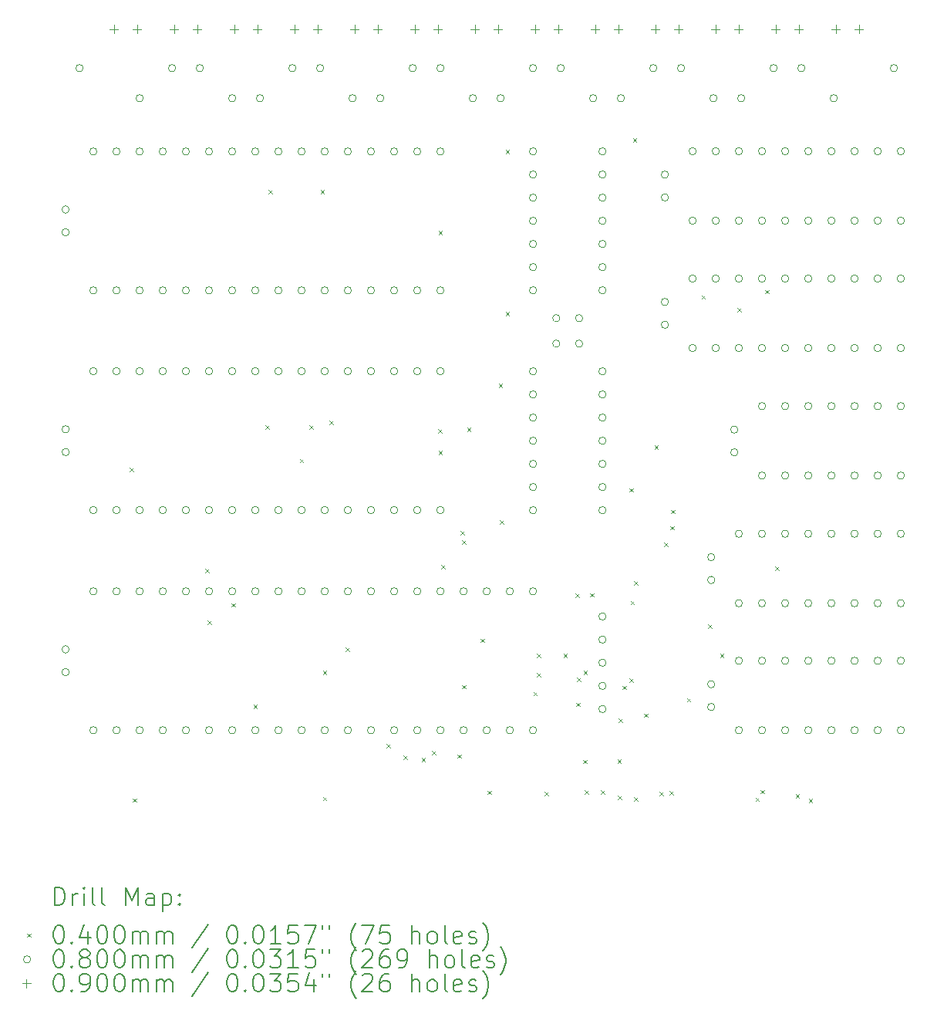
<source format=gbr>
%TF.GenerationSoftware,KiCad,Pcbnew,7.0.7*%
%TF.CreationDate,2023-08-22T19:55:53-04:00*%
%TF.ProjectId,3 - CPU and memory,33202d20-4350-4552-9061-6e64206d656d,1*%
%TF.SameCoordinates,Original*%
%TF.FileFunction,Drillmap*%
%TF.FilePolarity,Positive*%
%FSLAX45Y45*%
G04 Gerber Fmt 4.5, Leading zero omitted, Abs format (unit mm)*
G04 Created by KiCad (PCBNEW 7.0.7) date 2023-08-22 19:55:53*
%MOMM*%
%LPD*%
G01*
G04 APERTURE LIST*
%ADD10C,0.200000*%
%ADD11C,0.040000*%
%ADD12C,0.080000*%
%ADD13C,0.090000*%
G04 APERTURE END LIST*
D10*
D11*
X9441500Y-9568500D02*
X9481500Y-9608500D01*
X9481500Y-9568500D02*
X9441500Y-9608500D01*
X9476390Y-13194760D02*
X9516390Y-13234760D01*
X9516390Y-13194760D02*
X9476390Y-13234760D01*
X10270460Y-10678290D02*
X10310460Y-10718290D01*
X10310460Y-10678290D02*
X10270460Y-10718290D01*
X10298200Y-11244970D02*
X10338200Y-11284970D01*
X10338200Y-11244970D02*
X10298200Y-11284970D01*
X10556590Y-11051530D02*
X10596590Y-11091530D01*
X10596590Y-11051530D02*
X10556590Y-11091530D01*
X10800900Y-12165950D02*
X10840900Y-12205950D01*
X10840900Y-12165950D02*
X10800900Y-12205950D01*
X10933880Y-9098770D02*
X10973880Y-9138770D01*
X10973880Y-9098770D02*
X10933880Y-9138770D01*
X10965500Y-6520500D02*
X11005500Y-6560500D01*
X11005500Y-6520500D02*
X10965500Y-6560500D01*
X11308400Y-9467930D02*
X11348400Y-9507930D01*
X11348400Y-9467930D02*
X11308400Y-9507930D01*
X11416390Y-9098770D02*
X11456390Y-9138770D01*
X11456390Y-9098770D02*
X11416390Y-9138770D01*
X11537000Y-6520500D02*
X11577000Y-6560500D01*
X11577000Y-6520500D02*
X11537000Y-6560500D01*
X11562400Y-11791000D02*
X11602400Y-11831000D01*
X11602400Y-11791000D02*
X11562400Y-11831000D01*
X11562400Y-13177970D02*
X11602400Y-13217970D01*
X11602400Y-13177970D02*
X11562400Y-13217970D01*
X11632100Y-9049870D02*
X11672100Y-9089870D01*
X11672100Y-9049870D02*
X11632100Y-9089870D01*
X11814400Y-11539000D02*
X11854400Y-11579000D01*
X11854400Y-11539000D02*
X11814400Y-11579000D01*
X12260764Y-12598964D02*
X12300764Y-12638964D01*
X12300764Y-12598964D02*
X12260764Y-12638964D01*
X12446330Y-12724890D02*
X12486330Y-12764890D01*
X12486330Y-12724890D02*
X12446330Y-12764890D01*
X12645200Y-12752320D02*
X12685200Y-12792320D01*
X12685200Y-12752320D02*
X12645200Y-12792320D01*
X12757230Y-12675000D02*
X12797230Y-12715000D01*
X12797230Y-12675000D02*
X12757230Y-12715000D01*
X12829460Y-9143930D02*
X12869460Y-9183930D01*
X12869460Y-9143930D02*
X12829460Y-9183930D01*
X12832400Y-6965000D02*
X12872400Y-7005000D01*
X12872400Y-6965000D02*
X12832400Y-7005000D01*
X12832400Y-9378000D02*
X12872400Y-9418000D01*
X12872400Y-9378000D02*
X12832400Y-9418000D01*
X12863130Y-10630860D02*
X12903130Y-10670860D01*
X12903130Y-10630860D02*
X12863130Y-10670860D01*
X13039650Y-12711300D02*
X13079650Y-12751300D01*
X13079650Y-12711300D02*
X13039650Y-12751300D01*
X13072070Y-10262790D02*
X13112070Y-10302790D01*
X13112070Y-10262790D02*
X13072070Y-10302790D01*
X13087380Y-11949220D02*
X13127380Y-11989220D01*
X13127380Y-11949220D02*
X13087380Y-11989220D01*
X13092750Y-10362830D02*
X13132750Y-10402830D01*
X13132750Y-10362830D02*
X13092750Y-10402830D01*
X13145350Y-9125830D02*
X13185350Y-9165830D01*
X13185350Y-9125830D02*
X13145350Y-9165830D01*
X13290670Y-11442060D02*
X13330670Y-11482060D01*
X13330670Y-11442060D02*
X13290670Y-11482060D01*
X13371970Y-13109820D02*
X13411970Y-13149820D01*
X13411970Y-13109820D02*
X13371970Y-13149820D01*
X13492800Y-8641400D02*
X13532800Y-8681400D01*
X13532800Y-8641400D02*
X13492800Y-8681400D01*
X13505500Y-10140000D02*
X13545500Y-10180000D01*
X13545500Y-10140000D02*
X13505500Y-10180000D01*
X13569000Y-6076000D02*
X13609000Y-6116000D01*
X13609000Y-6076000D02*
X13569000Y-6116000D01*
X13569000Y-7854000D02*
X13609000Y-7894000D01*
X13609000Y-7854000D02*
X13569000Y-7894000D01*
X13874200Y-12025900D02*
X13914200Y-12065900D01*
X13914200Y-12025900D02*
X13874200Y-12065900D01*
X13910380Y-11603970D02*
X13950380Y-11643970D01*
X13950380Y-11603970D02*
X13910380Y-11643970D01*
X13911280Y-11819210D02*
X13951280Y-11859210D01*
X13951280Y-11819210D02*
X13911280Y-11859210D01*
X13997900Y-13122090D02*
X14037900Y-13162090D01*
X14037900Y-13122090D02*
X13997900Y-13162090D01*
X14203570Y-11607620D02*
X14243570Y-11647620D01*
X14243570Y-11607620D02*
X14203570Y-11647620D01*
X14337530Y-10946260D02*
X14377530Y-10986260D01*
X14377530Y-10946260D02*
X14337530Y-10986260D01*
X14342550Y-12144260D02*
X14382550Y-12184260D01*
X14382550Y-12144260D02*
X14342550Y-12184260D01*
X14351530Y-11866780D02*
X14391530Y-11906780D01*
X14391530Y-11866780D02*
X14351530Y-11906780D01*
X14422210Y-12771470D02*
X14462210Y-12811470D01*
X14462210Y-12771470D02*
X14422210Y-12811470D01*
X14423310Y-11790760D02*
X14463310Y-11830760D01*
X14463310Y-11790760D02*
X14423310Y-11830760D01*
X14438260Y-13108000D02*
X14478260Y-13148000D01*
X14478260Y-13108000D02*
X14438260Y-13148000D01*
X14493700Y-10942960D02*
X14533700Y-10982960D01*
X14533700Y-10942960D02*
X14493700Y-10982960D01*
X14612050Y-13107470D02*
X14652050Y-13147470D01*
X14652050Y-13107470D02*
X14612050Y-13147470D01*
X14796490Y-12765490D02*
X14836490Y-12805490D01*
X14836490Y-12765490D02*
X14796490Y-12805490D01*
X14798823Y-13166494D02*
X14838823Y-13206494D01*
X14838823Y-13166494D02*
X14798823Y-13206494D01*
X14806810Y-12320710D02*
X14846810Y-12360710D01*
X14846810Y-12320710D02*
X14806810Y-12360710D01*
X14848690Y-11957400D02*
X14888690Y-11997400D01*
X14888690Y-11957400D02*
X14848690Y-11997400D01*
X14926760Y-11880350D02*
X14966760Y-11920350D01*
X14966760Y-11880350D02*
X14926760Y-11920350D01*
X14926800Y-9790670D02*
X14966800Y-9830670D01*
X14966800Y-9790670D02*
X14926800Y-9830670D01*
X14940760Y-11025640D02*
X14980760Y-11065640D01*
X14980760Y-11025640D02*
X14940760Y-11065640D01*
X14966000Y-5949000D02*
X15006000Y-5989000D01*
X15006000Y-5949000D02*
X14966000Y-5989000D01*
X14976560Y-13182710D02*
X15016560Y-13222710D01*
X15016560Y-13182710D02*
X14976560Y-13222710D01*
X14977230Y-10809230D02*
X15017230Y-10849230D01*
X15017230Y-10809230D02*
X14977230Y-10849230D01*
X15087100Y-12262300D02*
X15127100Y-12302300D01*
X15127100Y-12262300D02*
X15087100Y-12302300D01*
X15203690Y-9321860D02*
X15243690Y-9361860D01*
X15243690Y-9321860D02*
X15203690Y-9361860D01*
X15259600Y-13122570D02*
X15299600Y-13162570D01*
X15299600Y-13122570D02*
X15259600Y-13162570D01*
X15310470Y-10384930D02*
X15350470Y-10424930D01*
X15350470Y-10384930D02*
X15310470Y-10424930D01*
X15366280Y-13115180D02*
X15406280Y-13155180D01*
X15406280Y-13115180D02*
X15366280Y-13155180D01*
X15375780Y-10206440D02*
X15415780Y-10246440D01*
X15415780Y-10206440D02*
X15375780Y-10246440D01*
X15382370Y-10027150D02*
X15422370Y-10067150D01*
X15422370Y-10027150D02*
X15382370Y-10067150D01*
X15558650Y-12093950D02*
X15598650Y-12133950D01*
X15598650Y-12093950D02*
X15558650Y-12133950D01*
X15719220Y-7673440D02*
X15759220Y-7713440D01*
X15759220Y-7673440D02*
X15719220Y-7713440D01*
X15791270Y-11282210D02*
X15831270Y-11322210D01*
X15831270Y-11282210D02*
X15791270Y-11322210D01*
X15922180Y-11603990D02*
X15962180Y-11643990D01*
X15962180Y-11603990D02*
X15922180Y-11643990D01*
X16112240Y-7812510D02*
X16152240Y-7852510D01*
X16152240Y-7812510D02*
X16112240Y-7852510D01*
X16312180Y-13185890D02*
X16352180Y-13225890D01*
X16352180Y-13185890D02*
X16312180Y-13225890D01*
X16369810Y-13100190D02*
X16409810Y-13140190D01*
X16409810Y-13100190D02*
X16369810Y-13140190D01*
X16419780Y-7615190D02*
X16459780Y-7655190D01*
X16459780Y-7615190D02*
X16419780Y-7655190D01*
X16527530Y-10652000D02*
X16567530Y-10692000D01*
X16567530Y-10652000D02*
X16527530Y-10692000D01*
X16751520Y-13146310D02*
X16791520Y-13186310D01*
X16791520Y-13146310D02*
X16751520Y-13186310D01*
X16896400Y-13197020D02*
X16936400Y-13237020D01*
X16936400Y-13197020D02*
X16896400Y-13237020D01*
D12*
X8777600Y-6733000D02*
G75*
G03*
X8777600Y-6733000I-40000J0D01*
G01*
X8777600Y-6983000D02*
G75*
G03*
X8777600Y-6983000I-40000J0D01*
G01*
X8777600Y-9144000D02*
G75*
G03*
X8777600Y-9144000I-40000J0D01*
G01*
X8777600Y-9394000D02*
G75*
G03*
X8777600Y-9394000I-40000J0D01*
G01*
X8777600Y-11559000D02*
G75*
G03*
X8777600Y-11559000I-40000J0D01*
G01*
X8777600Y-11809000D02*
G75*
G03*
X8777600Y-11809000I-40000J0D01*
G01*
X8930000Y-5181600D02*
G75*
G03*
X8930000Y-5181600I-40000J0D01*
G01*
X9082400Y-6096500D02*
G75*
G03*
X9082400Y-6096500I-40000J0D01*
G01*
X9082400Y-7620500D02*
G75*
G03*
X9082400Y-7620500I-40000J0D01*
G01*
X9082400Y-8507000D02*
G75*
G03*
X9082400Y-8507000I-40000J0D01*
G01*
X9082400Y-10031000D02*
G75*
G03*
X9082400Y-10031000I-40000J0D01*
G01*
X9082900Y-10922500D02*
G75*
G03*
X9082900Y-10922500I-40000J0D01*
G01*
X9082900Y-12446500D02*
G75*
G03*
X9082900Y-12446500I-40000J0D01*
G01*
X9336400Y-6096500D02*
G75*
G03*
X9336400Y-6096500I-40000J0D01*
G01*
X9336400Y-7620500D02*
G75*
G03*
X9336400Y-7620500I-40000J0D01*
G01*
X9336400Y-8507000D02*
G75*
G03*
X9336400Y-8507000I-40000J0D01*
G01*
X9336400Y-10031000D02*
G75*
G03*
X9336400Y-10031000I-40000J0D01*
G01*
X9336900Y-10922500D02*
G75*
G03*
X9336900Y-10922500I-40000J0D01*
G01*
X9336900Y-12446500D02*
G75*
G03*
X9336900Y-12446500I-40000J0D01*
G01*
X9590400Y-5511800D02*
G75*
G03*
X9590400Y-5511800I-40000J0D01*
G01*
X9590400Y-6096500D02*
G75*
G03*
X9590400Y-6096500I-40000J0D01*
G01*
X9590400Y-7620500D02*
G75*
G03*
X9590400Y-7620500I-40000J0D01*
G01*
X9590400Y-8507000D02*
G75*
G03*
X9590400Y-8507000I-40000J0D01*
G01*
X9590400Y-10031000D02*
G75*
G03*
X9590400Y-10031000I-40000J0D01*
G01*
X9590900Y-10922500D02*
G75*
G03*
X9590900Y-10922500I-40000J0D01*
G01*
X9590900Y-12446500D02*
G75*
G03*
X9590900Y-12446500I-40000J0D01*
G01*
X9844400Y-6096500D02*
G75*
G03*
X9844400Y-6096500I-40000J0D01*
G01*
X9844400Y-7620500D02*
G75*
G03*
X9844400Y-7620500I-40000J0D01*
G01*
X9844400Y-8507000D02*
G75*
G03*
X9844400Y-8507000I-40000J0D01*
G01*
X9844400Y-10031000D02*
G75*
G03*
X9844400Y-10031000I-40000J0D01*
G01*
X9844900Y-10922500D02*
G75*
G03*
X9844900Y-10922500I-40000J0D01*
G01*
X9844900Y-12446500D02*
G75*
G03*
X9844900Y-12446500I-40000J0D01*
G01*
X9946000Y-5181600D02*
G75*
G03*
X9946000Y-5181600I-40000J0D01*
G01*
X10098400Y-6096500D02*
G75*
G03*
X10098400Y-6096500I-40000J0D01*
G01*
X10098400Y-7620500D02*
G75*
G03*
X10098400Y-7620500I-40000J0D01*
G01*
X10098400Y-8507000D02*
G75*
G03*
X10098400Y-8507000I-40000J0D01*
G01*
X10098400Y-10031000D02*
G75*
G03*
X10098400Y-10031000I-40000J0D01*
G01*
X10098900Y-10922500D02*
G75*
G03*
X10098900Y-10922500I-40000J0D01*
G01*
X10098900Y-12446500D02*
G75*
G03*
X10098900Y-12446500I-40000J0D01*
G01*
X10250800Y-5181600D02*
G75*
G03*
X10250800Y-5181600I-40000J0D01*
G01*
X10352400Y-6096500D02*
G75*
G03*
X10352400Y-6096500I-40000J0D01*
G01*
X10352400Y-7620500D02*
G75*
G03*
X10352400Y-7620500I-40000J0D01*
G01*
X10352400Y-8507000D02*
G75*
G03*
X10352400Y-8507000I-40000J0D01*
G01*
X10352400Y-10031000D02*
G75*
G03*
X10352400Y-10031000I-40000J0D01*
G01*
X10352900Y-10922500D02*
G75*
G03*
X10352900Y-10922500I-40000J0D01*
G01*
X10352900Y-12446500D02*
G75*
G03*
X10352900Y-12446500I-40000J0D01*
G01*
X10606400Y-5511800D02*
G75*
G03*
X10606400Y-5511800I-40000J0D01*
G01*
X10606400Y-6096500D02*
G75*
G03*
X10606400Y-6096500I-40000J0D01*
G01*
X10606400Y-7620500D02*
G75*
G03*
X10606400Y-7620500I-40000J0D01*
G01*
X10606400Y-8507000D02*
G75*
G03*
X10606400Y-8507000I-40000J0D01*
G01*
X10606400Y-10031000D02*
G75*
G03*
X10606400Y-10031000I-40000J0D01*
G01*
X10606900Y-10922500D02*
G75*
G03*
X10606900Y-10922500I-40000J0D01*
G01*
X10606900Y-12446500D02*
G75*
G03*
X10606900Y-12446500I-40000J0D01*
G01*
X10860400Y-6096500D02*
G75*
G03*
X10860400Y-6096500I-40000J0D01*
G01*
X10860400Y-7620500D02*
G75*
G03*
X10860400Y-7620500I-40000J0D01*
G01*
X10860400Y-8507000D02*
G75*
G03*
X10860400Y-8507000I-40000J0D01*
G01*
X10860400Y-10031000D02*
G75*
G03*
X10860400Y-10031000I-40000J0D01*
G01*
X10860900Y-10922500D02*
G75*
G03*
X10860900Y-10922500I-40000J0D01*
G01*
X10860900Y-12446500D02*
G75*
G03*
X10860900Y-12446500I-40000J0D01*
G01*
X10911200Y-5511800D02*
G75*
G03*
X10911200Y-5511800I-40000J0D01*
G01*
X11114400Y-6096500D02*
G75*
G03*
X11114400Y-6096500I-40000J0D01*
G01*
X11114400Y-7620500D02*
G75*
G03*
X11114400Y-7620500I-40000J0D01*
G01*
X11114400Y-8507000D02*
G75*
G03*
X11114400Y-8507000I-40000J0D01*
G01*
X11114400Y-10031000D02*
G75*
G03*
X11114400Y-10031000I-40000J0D01*
G01*
X11114900Y-10922500D02*
G75*
G03*
X11114900Y-10922500I-40000J0D01*
G01*
X11114900Y-12446500D02*
G75*
G03*
X11114900Y-12446500I-40000J0D01*
G01*
X11266800Y-5181600D02*
G75*
G03*
X11266800Y-5181600I-40000J0D01*
G01*
X11368400Y-6096500D02*
G75*
G03*
X11368400Y-6096500I-40000J0D01*
G01*
X11368400Y-7620500D02*
G75*
G03*
X11368400Y-7620500I-40000J0D01*
G01*
X11368400Y-8507000D02*
G75*
G03*
X11368400Y-8507000I-40000J0D01*
G01*
X11368400Y-10031000D02*
G75*
G03*
X11368400Y-10031000I-40000J0D01*
G01*
X11368900Y-10922500D02*
G75*
G03*
X11368900Y-10922500I-40000J0D01*
G01*
X11368900Y-12446500D02*
G75*
G03*
X11368900Y-12446500I-40000J0D01*
G01*
X11571600Y-5181600D02*
G75*
G03*
X11571600Y-5181600I-40000J0D01*
G01*
X11622400Y-6096500D02*
G75*
G03*
X11622400Y-6096500I-40000J0D01*
G01*
X11622400Y-7620500D02*
G75*
G03*
X11622400Y-7620500I-40000J0D01*
G01*
X11622400Y-8507000D02*
G75*
G03*
X11622400Y-8507000I-40000J0D01*
G01*
X11622400Y-10031000D02*
G75*
G03*
X11622400Y-10031000I-40000J0D01*
G01*
X11622900Y-10922500D02*
G75*
G03*
X11622900Y-10922500I-40000J0D01*
G01*
X11622900Y-12446500D02*
G75*
G03*
X11622900Y-12446500I-40000J0D01*
G01*
X11876400Y-6096500D02*
G75*
G03*
X11876400Y-6096500I-40000J0D01*
G01*
X11876400Y-7620500D02*
G75*
G03*
X11876400Y-7620500I-40000J0D01*
G01*
X11876400Y-8507000D02*
G75*
G03*
X11876400Y-8507000I-40000J0D01*
G01*
X11876400Y-10031000D02*
G75*
G03*
X11876400Y-10031000I-40000J0D01*
G01*
X11876900Y-10922500D02*
G75*
G03*
X11876900Y-10922500I-40000J0D01*
G01*
X11876900Y-12446500D02*
G75*
G03*
X11876900Y-12446500I-40000J0D01*
G01*
X11927200Y-5511800D02*
G75*
G03*
X11927200Y-5511800I-40000J0D01*
G01*
X12130400Y-6096500D02*
G75*
G03*
X12130400Y-6096500I-40000J0D01*
G01*
X12130400Y-7620500D02*
G75*
G03*
X12130400Y-7620500I-40000J0D01*
G01*
X12130400Y-8507000D02*
G75*
G03*
X12130400Y-8507000I-40000J0D01*
G01*
X12130400Y-10031000D02*
G75*
G03*
X12130400Y-10031000I-40000J0D01*
G01*
X12130900Y-10922500D02*
G75*
G03*
X12130900Y-10922500I-40000J0D01*
G01*
X12130900Y-12446500D02*
G75*
G03*
X12130900Y-12446500I-40000J0D01*
G01*
X12232000Y-5511800D02*
G75*
G03*
X12232000Y-5511800I-40000J0D01*
G01*
X12384400Y-6096500D02*
G75*
G03*
X12384400Y-6096500I-40000J0D01*
G01*
X12384400Y-7620500D02*
G75*
G03*
X12384400Y-7620500I-40000J0D01*
G01*
X12384400Y-8507000D02*
G75*
G03*
X12384400Y-8507000I-40000J0D01*
G01*
X12384400Y-10031000D02*
G75*
G03*
X12384400Y-10031000I-40000J0D01*
G01*
X12384900Y-10922500D02*
G75*
G03*
X12384900Y-10922500I-40000J0D01*
G01*
X12384900Y-12446500D02*
G75*
G03*
X12384900Y-12446500I-40000J0D01*
G01*
X12587600Y-5181600D02*
G75*
G03*
X12587600Y-5181600I-40000J0D01*
G01*
X12638400Y-6096500D02*
G75*
G03*
X12638400Y-6096500I-40000J0D01*
G01*
X12638400Y-7620500D02*
G75*
G03*
X12638400Y-7620500I-40000J0D01*
G01*
X12638400Y-8507000D02*
G75*
G03*
X12638400Y-8507000I-40000J0D01*
G01*
X12638400Y-10031000D02*
G75*
G03*
X12638400Y-10031000I-40000J0D01*
G01*
X12638900Y-10922500D02*
G75*
G03*
X12638900Y-10922500I-40000J0D01*
G01*
X12638900Y-12446500D02*
G75*
G03*
X12638900Y-12446500I-40000J0D01*
G01*
X12892400Y-5181600D02*
G75*
G03*
X12892400Y-5181600I-40000J0D01*
G01*
X12892400Y-6096500D02*
G75*
G03*
X12892400Y-6096500I-40000J0D01*
G01*
X12892400Y-7620500D02*
G75*
G03*
X12892400Y-7620500I-40000J0D01*
G01*
X12892400Y-8507000D02*
G75*
G03*
X12892400Y-8507000I-40000J0D01*
G01*
X12892400Y-10031000D02*
G75*
G03*
X12892400Y-10031000I-40000J0D01*
G01*
X12892900Y-10922500D02*
G75*
G03*
X12892900Y-10922500I-40000J0D01*
G01*
X12892900Y-12446500D02*
G75*
G03*
X12892900Y-12446500I-40000J0D01*
G01*
X13146900Y-10922500D02*
G75*
G03*
X13146900Y-10922500I-40000J0D01*
G01*
X13146900Y-12446500D02*
G75*
G03*
X13146900Y-12446500I-40000J0D01*
G01*
X13248000Y-5511800D02*
G75*
G03*
X13248000Y-5511800I-40000J0D01*
G01*
X13400900Y-10922500D02*
G75*
G03*
X13400900Y-10922500I-40000J0D01*
G01*
X13400900Y-12446500D02*
G75*
G03*
X13400900Y-12446500I-40000J0D01*
G01*
X13552800Y-5511800D02*
G75*
G03*
X13552800Y-5511800I-40000J0D01*
G01*
X13654900Y-10922500D02*
G75*
G03*
X13654900Y-10922500I-40000J0D01*
G01*
X13654900Y-12446500D02*
G75*
G03*
X13654900Y-12446500I-40000J0D01*
G01*
X13908400Y-5181600D02*
G75*
G03*
X13908400Y-5181600I-40000J0D01*
G01*
X13908900Y-10922500D02*
G75*
G03*
X13908900Y-10922500I-40000J0D01*
G01*
X13908900Y-12446500D02*
G75*
G03*
X13908900Y-12446500I-40000J0D01*
G01*
X13909400Y-6095500D02*
G75*
G03*
X13909400Y-6095500I-40000J0D01*
G01*
X13909400Y-6349500D02*
G75*
G03*
X13909400Y-6349500I-40000J0D01*
G01*
X13909400Y-6603500D02*
G75*
G03*
X13909400Y-6603500I-40000J0D01*
G01*
X13909400Y-6857500D02*
G75*
G03*
X13909400Y-6857500I-40000J0D01*
G01*
X13909400Y-7111500D02*
G75*
G03*
X13909400Y-7111500I-40000J0D01*
G01*
X13909400Y-7365500D02*
G75*
G03*
X13909400Y-7365500I-40000J0D01*
G01*
X13909400Y-7619500D02*
G75*
G03*
X13909400Y-7619500I-40000J0D01*
G01*
X13909400Y-8508500D02*
G75*
G03*
X13909400Y-8508500I-40000J0D01*
G01*
X13909400Y-8762500D02*
G75*
G03*
X13909400Y-8762500I-40000J0D01*
G01*
X13909400Y-9016500D02*
G75*
G03*
X13909400Y-9016500I-40000J0D01*
G01*
X13909400Y-9270500D02*
G75*
G03*
X13909400Y-9270500I-40000J0D01*
G01*
X13909400Y-9524500D02*
G75*
G03*
X13909400Y-9524500I-40000J0D01*
G01*
X13909400Y-9778500D02*
G75*
G03*
X13909400Y-9778500I-40000J0D01*
G01*
X13909400Y-10032500D02*
G75*
G03*
X13909400Y-10032500I-40000J0D01*
G01*
X14164400Y-7924800D02*
G75*
G03*
X14164400Y-7924800I-40000J0D01*
G01*
X14164400Y-8204200D02*
G75*
G03*
X14164400Y-8204200I-40000J0D01*
G01*
X14213200Y-5181600D02*
G75*
G03*
X14213200Y-5181600I-40000J0D01*
G01*
X14414400Y-7924800D02*
G75*
G03*
X14414400Y-7924800I-40000J0D01*
G01*
X14414400Y-8204200D02*
G75*
G03*
X14414400Y-8204200I-40000J0D01*
G01*
X14568800Y-5511800D02*
G75*
G03*
X14568800Y-5511800I-40000J0D01*
G01*
X14670400Y-11197400D02*
G75*
G03*
X14670400Y-11197400I-40000J0D01*
G01*
X14670400Y-11451400D02*
G75*
G03*
X14670400Y-11451400I-40000J0D01*
G01*
X14670400Y-11705400D02*
G75*
G03*
X14670400Y-11705400I-40000J0D01*
G01*
X14670400Y-11959400D02*
G75*
G03*
X14670400Y-11959400I-40000J0D01*
G01*
X14670400Y-12213400D02*
G75*
G03*
X14670400Y-12213400I-40000J0D01*
G01*
X14671400Y-6095500D02*
G75*
G03*
X14671400Y-6095500I-40000J0D01*
G01*
X14671400Y-6349500D02*
G75*
G03*
X14671400Y-6349500I-40000J0D01*
G01*
X14671400Y-6603500D02*
G75*
G03*
X14671400Y-6603500I-40000J0D01*
G01*
X14671400Y-6857500D02*
G75*
G03*
X14671400Y-6857500I-40000J0D01*
G01*
X14671400Y-7111500D02*
G75*
G03*
X14671400Y-7111500I-40000J0D01*
G01*
X14671400Y-7365500D02*
G75*
G03*
X14671400Y-7365500I-40000J0D01*
G01*
X14671400Y-7619500D02*
G75*
G03*
X14671400Y-7619500I-40000J0D01*
G01*
X14671400Y-8508500D02*
G75*
G03*
X14671400Y-8508500I-40000J0D01*
G01*
X14671400Y-8762500D02*
G75*
G03*
X14671400Y-8762500I-40000J0D01*
G01*
X14671400Y-9016500D02*
G75*
G03*
X14671400Y-9016500I-40000J0D01*
G01*
X14671400Y-9270500D02*
G75*
G03*
X14671400Y-9270500I-40000J0D01*
G01*
X14671400Y-9524500D02*
G75*
G03*
X14671400Y-9524500I-40000J0D01*
G01*
X14671400Y-9778500D02*
G75*
G03*
X14671400Y-9778500I-40000J0D01*
G01*
X14671400Y-10032500D02*
G75*
G03*
X14671400Y-10032500I-40000J0D01*
G01*
X14873600Y-5511800D02*
G75*
G03*
X14873600Y-5511800I-40000J0D01*
G01*
X15229200Y-5181600D02*
G75*
G03*
X15229200Y-5181600I-40000J0D01*
G01*
X15356200Y-6350000D02*
G75*
G03*
X15356200Y-6350000I-40000J0D01*
G01*
X15356200Y-6600000D02*
G75*
G03*
X15356200Y-6600000I-40000J0D01*
G01*
X15356200Y-7747000D02*
G75*
G03*
X15356200Y-7747000I-40000J0D01*
G01*
X15356200Y-7997000D02*
G75*
G03*
X15356200Y-7997000I-40000J0D01*
G01*
X15534000Y-5181600D02*
G75*
G03*
X15534000Y-5181600I-40000J0D01*
G01*
X15661000Y-7490000D02*
G75*
G03*
X15661000Y-7490000I-40000J0D01*
G01*
X15661000Y-8252000D02*
G75*
G03*
X15661000Y-8252000I-40000J0D01*
G01*
X15661500Y-6093000D02*
G75*
G03*
X15661500Y-6093000I-40000J0D01*
G01*
X15661500Y-6855000D02*
G75*
G03*
X15661500Y-6855000I-40000J0D01*
G01*
X15865200Y-10547000D02*
G75*
G03*
X15865200Y-10547000I-40000J0D01*
G01*
X15865200Y-10797000D02*
G75*
G03*
X15865200Y-10797000I-40000J0D01*
G01*
X15865200Y-11941000D02*
G75*
G03*
X15865200Y-11941000I-40000J0D01*
G01*
X15865200Y-12191000D02*
G75*
G03*
X15865200Y-12191000I-40000J0D01*
G01*
X15889600Y-5511800D02*
G75*
G03*
X15889600Y-5511800I-40000J0D01*
G01*
X15915000Y-7490000D02*
G75*
G03*
X15915000Y-7490000I-40000J0D01*
G01*
X15915000Y-8252000D02*
G75*
G03*
X15915000Y-8252000I-40000J0D01*
G01*
X15915500Y-6093000D02*
G75*
G03*
X15915500Y-6093000I-40000J0D01*
G01*
X15915500Y-6855000D02*
G75*
G03*
X15915500Y-6855000I-40000J0D01*
G01*
X16118700Y-9147000D02*
G75*
G03*
X16118700Y-9147000I-40000J0D01*
G01*
X16118700Y-9397000D02*
G75*
G03*
X16118700Y-9397000I-40000J0D01*
G01*
X16169000Y-7490000D02*
G75*
G03*
X16169000Y-7490000I-40000J0D01*
G01*
X16169000Y-8252000D02*
G75*
G03*
X16169000Y-8252000I-40000J0D01*
G01*
X16169000Y-10290000D02*
G75*
G03*
X16169000Y-10290000I-40000J0D01*
G01*
X16169000Y-11052000D02*
G75*
G03*
X16169000Y-11052000I-40000J0D01*
G01*
X16169000Y-11684000D02*
G75*
G03*
X16169000Y-11684000I-40000J0D01*
G01*
X16169000Y-12446000D02*
G75*
G03*
X16169000Y-12446000I-40000J0D01*
G01*
X16169500Y-6093000D02*
G75*
G03*
X16169500Y-6093000I-40000J0D01*
G01*
X16169500Y-6855000D02*
G75*
G03*
X16169500Y-6855000I-40000J0D01*
G01*
X16194400Y-5511800D02*
G75*
G03*
X16194400Y-5511800I-40000J0D01*
G01*
X16423000Y-7490000D02*
G75*
G03*
X16423000Y-7490000I-40000J0D01*
G01*
X16423000Y-8252000D02*
G75*
G03*
X16423000Y-8252000I-40000J0D01*
G01*
X16423000Y-8890000D02*
G75*
G03*
X16423000Y-8890000I-40000J0D01*
G01*
X16423000Y-9652000D02*
G75*
G03*
X16423000Y-9652000I-40000J0D01*
G01*
X16423000Y-10290000D02*
G75*
G03*
X16423000Y-10290000I-40000J0D01*
G01*
X16423000Y-11052000D02*
G75*
G03*
X16423000Y-11052000I-40000J0D01*
G01*
X16423000Y-11684000D02*
G75*
G03*
X16423000Y-11684000I-40000J0D01*
G01*
X16423000Y-12446000D02*
G75*
G03*
X16423000Y-12446000I-40000J0D01*
G01*
X16423500Y-6093000D02*
G75*
G03*
X16423500Y-6093000I-40000J0D01*
G01*
X16423500Y-6855000D02*
G75*
G03*
X16423500Y-6855000I-40000J0D01*
G01*
X16550000Y-5181600D02*
G75*
G03*
X16550000Y-5181600I-40000J0D01*
G01*
X16677000Y-7490000D02*
G75*
G03*
X16677000Y-7490000I-40000J0D01*
G01*
X16677000Y-8252000D02*
G75*
G03*
X16677000Y-8252000I-40000J0D01*
G01*
X16677000Y-8890000D02*
G75*
G03*
X16677000Y-8890000I-40000J0D01*
G01*
X16677000Y-9652000D02*
G75*
G03*
X16677000Y-9652000I-40000J0D01*
G01*
X16677000Y-10290000D02*
G75*
G03*
X16677000Y-10290000I-40000J0D01*
G01*
X16677000Y-11052000D02*
G75*
G03*
X16677000Y-11052000I-40000J0D01*
G01*
X16677000Y-11684000D02*
G75*
G03*
X16677000Y-11684000I-40000J0D01*
G01*
X16677000Y-12446000D02*
G75*
G03*
X16677000Y-12446000I-40000J0D01*
G01*
X16677500Y-6093000D02*
G75*
G03*
X16677500Y-6093000I-40000J0D01*
G01*
X16677500Y-6855000D02*
G75*
G03*
X16677500Y-6855000I-40000J0D01*
G01*
X16854800Y-5181600D02*
G75*
G03*
X16854800Y-5181600I-40000J0D01*
G01*
X16931000Y-7490000D02*
G75*
G03*
X16931000Y-7490000I-40000J0D01*
G01*
X16931000Y-8252000D02*
G75*
G03*
X16931000Y-8252000I-40000J0D01*
G01*
X16931000Y-8890000D02*
G75*
G03*
X16931000Y-8890000I-40000J0D01*
G01*
X16931000Y-9652000D02*
G75*
G03*
X16931000Y-9652000I-40000J0D01*
G01*
X16931000Y-10290000D02*
G75*
G03*
X16931000Y-10290000I-40000J0D01*
G01*
X16931000Y-11052000D02*
G75*
G03*
X16931000Y-11052000I-40000J0D01*
G01*
X16931000Y-11684000D02*
G75*
G03*
X16931000Y-11684000I-40000J0D01*
G01*
X16931000Y-12446000D02*
G75*
G03*
X16931000Y-12446000I-40000J0D01*
G01*
X16931500Y-6093000D02*
G75*
G03*
X16931500Y-6093000I-40000J0D01*
G01*
X16931500Y-6855000D02*
G75*
G03*
X16931500Y-6855000I-40000J0D01*
G01*
X17185000Y-7490000D02*
G75*
G03*
X17185000Y-7490000I-40000J0D01*
G01*
X17185000Y-8252000D02*
G75*
G03*
X17185000Y-8252000I-40000J0D01*
G01*
X17185000Y-8890000D02*
G75*
G03*
X17185000Y-8890000I-40000J0D01*
G01*
X17185000Y-9652000D02*
G75*
G03*
X17185000Y-9652000I-40000J0D01*
G01*
X17185000Y-10290000D02*
G75*
G03*
X17185000Y-10290000I-40000J0D01*
G01*
X17185000Y-11052000D02*
G75*
G03*
X17185000Y-11052000I-40000J0D01*
G01*
X17185000Y-11684000D02*
G75*
G03*
X17185000Y-11684000I-40000J0D01*
G01*
X17185000Y-12446000D02*
G75*
G03*
X17185000Y-12446000I-40000J0D01*
G01*
X17185500Y-6093000D02*
G75*
G03*
X17185500Y-6093000I-40000J0D01*
G01*
X17185500Y-6855000D02*
G75*
G03*
X17185500Y-6855000I-40000J0D01*
G01*
X17210400Y-5511800D02*
G75*
G03*
X17210400Y-5511800I-40000J0D01*
G01*
X17439000Y-7490000D02*
G75*
G03*
X17439000Y-7490000I-40000J0D01*
G01*
X17439000Y-8252000D02*
G75*
G03*
X17439000Y-8252000I-40000J0D01*
G01*
X17439000Y-8890000D02*
G75*
G03*
X17439000Y-8890000I-40000J0D01*
G01*
X17439000Y-9652000D02*
G75*
G03*
X17439000Y-9652000I-40000J0D01*
G01*
X17439000Y-10290000D02*
G75*
G03*
X17439000Y-10290000I-40000J0D01*
G01*
X17439000Y-11052000D02*
G75*
G03*
X17439000Y-11052000I-40000J0D01*
G01*
X17439000Y-11684000D02*
G75*
G03*
X17439000Y-11684000I-40000J0D01*
G01*
X17439000Y-12446000D02*
G75*
G03*
X17439000Y-12446000I-40000J0D01*
G01*
X17439500Y-6093000D02*
G75*
G03*
X17439500Y-6093000I-40000J0D01*
G01*
X17439500Y-6855000D02*
G75*
G03*
X17439500Y-6855000I-40000J0D01*
G01*
X17693000Y-7490000D02*
G75*
G03*
X17693000Y-7490000I-40000J0D01*
G01*
X17693000Y-8252000D02*
G75*
G03*
X17693000Y-8252000I-40000J0D01*
G01*
X17693000Y-8890000D02*
G75*
G03*
X17693000Y-8890000I-40000J0D01*
G01*
X17693000Y-9652000D02*
G75*
G03*
X17693000Y-9652000I-40000J0D01*
G01*
X17693000Y-10290000D02*
G75*
G03*
X17693000Y-10290000I-40000J0D01*
G01*
X17693000Y-11052000D02*
G75*
G03*
X17693000Y-11052000I-40000J0D01*
G01*
X17693000Y-11684000D02*
G75*
G03*
X17693000Y-11684000I-40000J0D01*
G01*
X17693000Y-12446000D02*
G75*
G03*
X17693000Y-12446000I-40000J0D01*
G01*
X17693500Y-6093000D02*
G75*
G03*
X17693500Y-6093000I-40000J0D01*
G01*
X17693500Y-6855000D02*
G75*
G03*
X17693500Y-6855000I-40000J0D01*
G01*
X17870800Y-5181600D02*
G75*
G03*
X17870800Y-5181600I-40000J0D01*
G01*
X17947000Y-7490000D02*
G75*
G03*
X17947000Y-7490000I-40000J0D01*
G01*
X17947000Y-8252000D02*
G75*
G03*
X17947000Y-8252000I-40000J0D01*
G01*
X17947000Y-8890000D02*
G75*
G03*
X17947000Y-8890000I-40000J0D01*
G01*
X17947000Y-9652000D02*
G75*
G03*
X17947000Y-9652000I-40000J0D01*
G01*
X17947000Y-10290000D02*
G75*
G03*
X17947000Y-10290000I-40000J0D01*
G01*
X17947000Y-11052000D02*
G75*
G03*
X17947000Y-11052000I-40000J0D01*
G01*
X17947000Y-11684000D02*
G75*
G03*
X17947000Y-11684000I-40000J0D01*
G01*
X17947000Y-12446000D02*
G75*
G03*
X17947000Y-12446000I-40000J0D01*
G01*
X17947500Y-6093000D02*
G75*
G03*
X17947500Y-6093000I-40000J0D01*
G01*
X17947500Y-6855000D02*
G75*
G03*
X17947500Y-6855000I-40000J0D01*
G01*
D13*
X9269000Y-4707900D02*
X9269000Y-4797900D01*
X9224000Y-4752900D02*
X9314000Y-4752900D01*
X9523000Y-4707900D02*
X9523000Y-4797900D01*
X9478000Y-4752900D02*
X9568000Y-4752900D01*
X9929400Y-4707900D02*
X9929400Y-4797900D01*
X9884400Y-4752900D02*
X9974400Y-4752900D01*
X10183400Y-4707900D02*
X10183400Y-4797900D01*
X10138400Y-4752900D02*
X10228400Y-4752900D01*
X10589800Y-4707900D02*
X10589800Y-4797900D01*
X10544800Y-4752900D02*
X10634800Y-4752900D01*
X10843800Y-4707900D02*
X10843800Y-4797900D01*
X10798800Y-4752900D02*
X10888800Y-4752900D01*
X11250200Y-4707900D02*
X11250200Y-4797900D01*
X11205200Y-4752900D02*
X11295200Y-4752900D01*
X11504200Y-4707900D02*
X11504200Y-4797900D01*
X11459200Y-4752900D02*
X11549200Y-4752900D01*
X11910600Y-4707900D02*
X11910600Y-4797900D01*
X11865600Y-4752900D02*
X11955600Y-4752900D01*
X12164600Y-4707900D02*
X12164600Y-4797900D01*
X12119600Y-4752900D02*
X12209600Y-4752900D01*
X12571000Y-4707900D02*
X12571000Y-4797900D01*
X12526000Y-4752900D02*
X12616000Y-4752900D01*
X12825000Y-4707900D02*
X12825000Y-4797900D01*
X12780000Y-4752900D02*
X12870000Y-4752900D01*
X13231400Y-4707900D02*
X13231400Y-4797900D01*
X13186400Y-4752900D02*
X13276400Y-4752900D01*
X13485400Y-4707900D02*
X13485400Y-4797900D01*
X13440400Y-4752900D02*
X13530400Y-4752900D01*
X13891800Y-4707900D02*
X13891800Y-4797900D01*
X13846800Y-4752900D02*
X13936800Y-4752900D01*
X14145800Y-4707900D02*
X14145800Y-4797900D01*
X14100800Y-4752900D02*
X14190800Y-4752900D01*
X14552200Y-4707900D02*
X14552200Y-4797900D01*
X14507200Y-4752900D02*
X14597200Y-4752900D01*
X14806200Y-4707900D02*
X14806200Y-4797900D01*
X14761200Y-4752900D02*
X14851200Y-4752900D01*
X15212600Y-4707900D02*
X15212600Y-4797900D01*
X15167600Y-4752900D02*
X15257600Y-4752900D01*
X15466600Y-4707900D02*
X15466600Y-4797900D01*
X15421600Y-4752900D02*
X15511600Y-4752900D01*
X15873000Y-4707900D02*
X15873000Y-4797900D01*
X15828000Y-4752900D02*
X15918000Y-4752900D01*
X16127000Y-4707900D02*
X16127000Y-4797900D01*
X16082000Y-4752900D02*
X16172000Y-4752900D01*
X16533400Y-4707900D02*
X16533400Y-4797900D01*
X16488400Y-4752900D02*
X16578400Y-4752900D01*
X16787400Y-4707900D02*
X16787400Y-4797900D01*
X16742400Y-4752900D02*
X16832400Y-4752900D01*
X17193800Y-4707900D02*
X17193800Y-4797900D01*
X17148800Y-4752900D02*
X17238800Y-4752900D01*
X17447800Y-4707900D02*
X17447800Y-4797900D01*
X17402800Y-4752900D02*
X17492800Y-4752900D01*
D10*
X8615177Y-14367684D02*
X8615177Y-14167684D01*
X8615177Y-14167684D02*
X8662796Y-14167684D01*
X8662796Y-14167684D02*
X8691367Y-14177208D01*
X8691367Y-14177208D02*
X8710415Y-14196255D01*
X8710415Y-14196255D02*
X8719939Y-14215303D01*
X8719939Y-14215303D02*
X8729463Y-14253398D01*
X8729463Y-14253398D02*
X8729463Y-14281969D01*
X8729463Y-14281969D02*
X8719939Y-14320065D01*
X8719939Y-14320065D02*
X8710415Y-14339112D01*
X8710415Y-14339112D02*
X8691367Y-14358160D01*
X8691367Y-14358160D02*
X8662796Y-14367684D01*
X8662796Y-14367684D02*
X8615177Y-14367684D01*
X8815177Y-14367684D02*
X8815177Y-14234350D01*
X8815177Y-14272446D02*
X8824701Y-14253398D01*
X8824701Y-14253398D02*
X8834224Y-14243874D01*
X8834224Y-14243874D02*
X8853272Y-14234350D01*
X8853272Y-14234350D02*
X8872320Y-14234350D01*
X8938986Y-14367684D02*
X8938986Y-14234350D01*
X8938986Y-14167684D02*
X8929463Y-14177208D01*
X8929463Y-14177208D02*
X8938986Y-14186731D01*
X8938986Y-14186731D02*
X8948510Y-14177208D01*
X8948510Y-14177208D02*
X8938986Y-14167684D01*
X8938986Y-14167684D02*
X8938986Y-14186731D01*
X9062796Y-14367684D02*
X9043748Y-14358160D01*
X9043748Y-14358160D02*
X9034224Y-14339112D01*
X9034224Y-14339112D02*
X9034224Y-14167684D01*
X9167558Y-14367684D02*
X9148510Y-14358160D01*
X9148510Y-14358160D02*
X9138986Y-14339112D01*
X9138986Y-14339112D02*
X9138986Y-14167684D01*
X9396129Y-14367684D02*
X9396129Y-14167684D01*
X9396129Y-14167684D02*
X9462796Y-14310541D01*
X9462796Y-14310541D02*
X9529463Y-14167684D01*
X9529463Y-14167684D02*
X9529463Y-14367684D01*
X9710415Y-14367684D02*
X9710415Y-14262922D01*
X9710415Y-14262922D02*
X9700891Y-14243874D01*
X9700891Y-14243874D02*
X9681844Y-14234350D01*
X9681844Y-14234350D02*
X9643748Y-14234350D01*
X9643748Y-14234350D02*
X9624701Y-14243874D01*
X9710415Y-14358160D02*
X9691367Y-14367684D01*
X9691367Y-14367684D02*
X9643748Y-14367684D01*
X9643748Y-14367684D02*
X9624701Y-14358160D01*
X9624701Y-14358160D02*
X9615177Y-14339112D01*
X9615177Y-14339112D02*
X9615177Y-14320065D01*
X9615177Y-14320065D02*
X9624701Y-14301017D01*
X9624701Y-14301017D02*
X9643748Y-14291493D01*
X9643748Y-14291493D02*
X9691367Y-14291493D01*
X9691367Y-14291493D02*
X9710415Y-14281969D01*
X9805653Y-14234350D02*
X9805653Y-14434350D01*
X9805653Y-14243874D02*
X9824701Y-14234350D01*
X9824701Y-14234350D02*
X9862796Y-14234350D01*
X9862796Y-14234350D02*
X9881844Y-14243874D01*
X9881844Y-14243874D02*
X9891367Y-14253398D01*
X9891367Y-14253398D02*
X9900891Y-14272446D01*
X9900891Y-14272446D02*
X9900891Y-14329588D01*
X9900891Y-14329588D02*
X9891367Y-14348636D01*
X9891367Y-14348636D02*
X9881844Y-14358160D01*
X9881844Y-14358160D02*
X9862796Y-14367684D01*
X9862796Y-14367684D02*
X9824701Y-14367684D01*
X9824701Y-14367684D02*
X9805653Y-14358160D01*
X9986605Y-14348636D02*
X9996129Y-14358160D01*
X9996129Y-14358160D02*
X9986605Y-14367684D01*
X9986605Y-14367684D02*
X9977082Y-14358160D01*
X9977082Y-14358160D02*
X9986605Y-14348636D01*
X9986605Y-14348636D02*
X9986605Y-14367684D01*
X9986605Y-14243874D02*
X9996129Y-14253398D01*
X9996129Y-14253398D02*
X9986605Y-14262922D01*
X9986605Y-14262922D02*
X9977082Y-14253398D01*
X9977082Y-14253398D02*
X9986605Y-14243874D01*
X9986605Y-14243874D02*
X9986605Y-14262922D01*
D11*
X8314400Y-14676200D02*
X8354400Y-14716200D01*
X8354400Y-14676200D02*
X8314400Y-14716200D01*
D10*
X8653272Y-14587684D02*
X8672320Y-14587684D01*
X8672320Y-14587684D02*
X8691367Y-14597208D01*
X8691367Y-14597208D02*
X8700891Y-14606731D01*
X8700891Y-14606731D02*
X8710415Y-14625779D01*
X8710415Y-14625779D02*
X8719939Y-14663874D01*
X8719939Y-14663874D02*
X8719939Y-14711493D01*
X8719939Y-14711493D02*
X8710415Y-14749588D01*
X8710415Y-14749588D02*
X8700891Y-14768636D01*
X8700891Y-14768636D02*
X8691367Y-14778160D01*
X8691367Y-14778160D02*
X8672320Y-14787684D01*
X8672320Y-14787684D02*
X8653272Y-14787684D01*
X8653272Y-14787684D02*
X8634224Y-14778160D01*
X8634224Y-14778160D02*
X8624701Y-14768636D01*
X8624701Y-14768636D02*
X8615177Y-14749588D01*
X8615177Y-14749588D02*
X8605653Y-14711493D01*
X8605653Y-14711493D02*
X8605653Y-14663874D01*
X8605653Y-14663874D02*
X8615177Y-14625779D01*
X8615177Y-14625779D02*
X8624701Y-14606731D01*
X8624701Y-14606731D02*
X8634224Y-14597208D01*
X8634224Y-14597208D02*
X8653272Y-14587684D01*
X8805653Y-14768636D02*
X8815177Y-14778160D01*
X8815177Y-14778160D02*
X8805653Y-14787684D01*
X8805653Y-14787684D02*
X8796129Y-14778160D01*
X8796129Y-14778160D02*
X8805653Y-14768636D01*
X8805653Y-14768636D02*
X8805653Y-14787684D01*
X8986605Y-14654350D02*
X8986605Y-14787684D01*
X8938986Y-14578160D02*
X8891367Y-14721017D01*
X8891367Y-14721017D02*
X9015177Y-14721017D01*
X9129463Y-14587684D02*
X9148510Y-14587684D01*
X9148510Y-14587684D02*
X9167558Y-14597208D01*
X9167558Y-14597208D02*
X9177082Y-14606731D01*
X9177082Y-14606731D02*
X9186605Y-14625779D01*
X9186605Y-14625779D02*
X9196129Y-14663874D01*
X9196129Y-14663874D02*
X9196129Y-14711493D01*
X9196129Y-14711493D02*
X9186605Y-14749588D01*
X9186605Y-14749588D02*
X9177082Y-14768636D01*
X9177082Y-14768636D02*
X9167558Y-14778160D01*
X9167558Y-14778160D02*
X9148510Y-14787684D01*
X9148510Y-14787684D02*
X9129463Y-14787684D01*
X9129463Y-14787684D02*
X9110415Y-14778160D01*
X9110415Y-14778160D02*
X9100891Y-14768636D01*
X9100891Y-14768636D02*
X9091367Y-14749588D01*
X9091367Y-14749588D02*
X9081844Y-14711493D01*
X9081844Y-14711493D02*
X9081844Y-14663874D01*
X9081844Y-14663874D02*
X9091367Y-14625779D01*
X9091367Y-14625779D02*
X9100891Y-14606731D01*
X9100891Y-14606731D02*
X9110415Y-14597208D01*
X9110415Y-14597208D02*
X9129463Y-14587684D01*
X9319939Y-14587684D02*
X9338986Y-14587684D01*
X9338986Y-14587684D02*
X9358034Y-14597208D01*
X9358034Y-14597208D02*
X9367558Y-14606731D01*
X9367558Y-14606731D02*
X9377082Y-14625779D01*
X9377082Y-14625779D02*
X9386605Y-14663874D01*
X9386605Y-14663874D02*
X9386605Y-14711493D01*
X9386605Y-14711493D02*
X9377082Y-14749588D01*
X9377082Y-14749588D02*
X9367558Y-14768636D01*
X9367558Y-14768636D02*
X9358034Y-14778160D01*
X9358034Y-14778160D02*
X9338986Y-14787684D01*
X9338986Y-14787684D02*
X9319939Y-14787684D01*
X9319939Y-14787684D02*
X9300891Y-14778160D01*
X9300891Y-14778160D02*
X9291367Y-14768636D01*
X9291367Y-14768636D02*
X9281844Y-14749588D01*
X9281844Y-14749588D02*
X9272320Y-14711493D01*
X9272320Y-14711493D02*
X9272320Y-14663874D01*
X9272320Y-14663874D02*
X9281844Y-14625779D01*
X9281844Y-14625779D02*
X9291367Y-14606731D01*
X9291367Y-14606731D02*
X9300891Y-14597208D01*
X9300891Y-14597208D02*
X9319939Y-14587684D01*
X9472320Y-14787684D02*
X9472320Y-14654350D01*
X9472320Y-14673398D02*
X9481844Y-14663874D01*
X9481844Y-14663874D02*
X9500891Y-14654350D01*
X9500891Y-14654350D02*
X9529463Y-14654350D01*
X9529463Y-14654350D02*
X9548510Y-14663874D01*
X9548510Y-14663874D02*
X9558034Y-14682922D01*
X9558034Y-14682922D02*
X9558034Y-14787684D01*
X9558034Y-14682922D02*
X9567558Y-14663874D01*
X9567558Y-14663874D02*
X9586605Y-14654350D01*
X9586605Y-14654350D02*
X9615177Y-14654350D01*
X9615177Y-14654350D02*
X9634225Y-14663874D01*
X9634225Y-14663874D02*
X9643748Y-14682922D01*
X9643748Y-14682922D02*
X9643748Y-14787684D01*
X9738986Y-14787684D02*
X9738986Y-14654350D01*
X9738986Y-14673398D02*
X9748510Y-14663874D01*
X9748510Y-14663874D02*
X9767558Y-14654350D01*
X9767558Y-14654350D02*
X9796129Y-14654350D01*
X9796129Y-14654350D02*
X9815177Y-14663874D01*
X9815177Y-14663874D02*
X9824701Y-14682922D01*
X9824701Y-14682922D02*
X9824701Y-14787684D01*
X9824701Y-14682922D02*
X9834225Y-14663874D01*
X9834225Y-14663874D02*
X9853272Y-14654350D01*
X9853272Y-14654350D02*
X9881844Y-14654350D01*
X9881844Y-14654350D02*
X9900891Y-14663874D01*
X9900891Y-14663874D02*
X9910415Y-14682922D01*
X9910415Y-14682922D02*
X9910415Y-14787684D01*
X10300891Y-14578160D02*
X10129463Y-14835303D01*
X10558034Y-14587684D02*
X10577082Y-14587684D01*
X10577082Y-14587684D02*
X10596129Y-14597208D01*
X10596129Y-14597208D02*
X10605653Y-14606731D01*
X10605653Y-14606731D02*
X10615177Y-14625779D01*
X10615177Y-14625779D02*
X10624701Y-14663874D01*
X10624701Y-14663874D02*
X10624701Y-14711493D01*
X10624701Y-14711493D02*
X10615177Y-14749588D01*
X10615177Y-14749588D02*
X10605653Y-14768636D01*
X10605653Y-14768636D02*
X10596129Y-14778160D01*
X10596129Y-14778160D02*
X10577082Y-14787684D01*
X10577082Y-14787684D02*
X10558034Y-14787684D01*
X10558034Y-14787684D02*
X10538987Y-14778160D01*
X10538987Y-14778160D02*
X10529463Y-14768636D01*
X10529463Y-14768636D02*
X10519939Y-14749588D01*
X10519939Y-14749588D02*
X10510415Y-14711493D01*
X10510415Y-14711493D02*
X10510415Y-14663874D01*
X10510415Y-14663874D02*
X10519939Y-14625779D01*
X10519939Y-14625779D02*
X10529463Y-14606731D01*
X10529463Y-14606731D02*
X10538987Y-14597208D01*
X10538987Y-14597208D02*
X10558034Y-14587684D01*
X10710415Y-14768636D02*
X10719939Y-14778160D01*
X10719939Y-14778160D02*
X10710415Y-14787684D01*
X10710415Y-14787684D02*
X10700891Y-14778160D01*
X10700891Y-14778160D02*
X10710415Y-14768636D01*
X10710415Y-14768636D02*
X10710415Y-14787684D01*
X10843748Y-14587684D02*
X10862796Y-14587684D01*
X10862796Y-14587684D02*
X10881844Y-14597208D01*
X10881844Y-14597208D02*
X10891368Y-14606731D01*
X10891368Y-14606731D02*
X10900891Y-14625779D01*
X10900891Y-14625779D02*
X10910415Y-14663874D01*
X10910415Y-14663874D02*
X10910415Y-14711493D01*
X10910415Y-14711493D02*
X10900891Y-14749588D01*
X10900891Y-14749588D02*
X10891368Y-14768636D01*
X10891368Y-14768636D02*
X10881844Y-14778160D01*
X10881844Y-14778160D02*
X10862796Y-14787684D01*
X10862796Y-14787684D02*
X10843748Y-14787684D01*
X10843748Y-14787684D02*
X10824701Y-14778160D01*
X10824701Y-14778160D02*
X10815177Y-14768636D01*
X10815177Y-14768636D02*
X10805653Y-14749588D01*
X10805653Y-14749588D02*
X10796129Y-14711493D01*
X10796129Y-14711493D02*
X10796129Y-14663874D01*
X10796129Y-14663874D02*
X10805653Y-14625779D01*
X10805653Y-14625779D02*
X10815177Y-14606731D01*
X10815177Y-14606731D02*
X10824701Y-14597208D01*
X10824701Y-14597208D02*
X10843748Y-14587684D01*
X11100891Y-14787684D02*
X10986606Y-14787684D01*
X11043748Y-14787684D02*
X11043748Y-14587684D01*
X11043748Y-14587684D02*
X11024701Y-14616255D01*
X11024701Y-14616255D02*
X11005653Y-14635303D01*
X11005653Y-14635303D02*
X10986606Y-14644827D01*
X11281844Y-14587684D02*
X11186606Y-14587684D01*
X11186606Y-14587684D02*
X11177082Y-14682922D01*
X11177082Y-14682922D02*
X11186606Y-14673398D01*
X11186606Y-14673398D02*
X11205653Y-14663874D01*
X11205653Y-14663874D02*
X11253272Y-14663874D01*
X11253272Y-14663874D02*
X11272320Y-14673398D01*
X11272320Y-14673398D02*
X11281844Y-14682922D01*
X11281844Y-14682922D02*
X11291367Y-14701969D01*
X11291367Y-14701969D02*
X11291367Y-14749588D01*
X11291367Y-14749588D02*
X11281844Y-14768636D01*
X11281844Y-14768636D02*
X11272320Y-14778160D01*
X11272320Y-14778160D02*
X11253272Y-14787684D01*
X11253272Y-14787684D02*
X11205653Y-14787684D01*
X11205653Y-14787684D02*
X11186606Y-14778160D01*
X11186606Y-14778160D02*
X11177082Y-14768636D01*
X11358034Y-14587684D02*
X11491367Y-14587684D01*
X11491367Y-14587684D02*
X11405653Y-14787684D01*
X11558034Y-14587684D02*
X11558034Y-14625779D01*
X11634225Y-14587684D02*
X11634225Y-14625779D01*
X11929463Y-14863874D02*
X11919939Y-14854350D01*
X11919939Y-14854350D02*
X11900891Y-14825779D01*
X11900891Y-14825779D02*
X11891368Y-14806731D01*
X11891368Y-14806731D02*
X11881844Y-14778160D01*
X11881844Y-14778160D02*
X11872320Y-14730541D01*
X11872320Y-14730541D02*
X11872320Y-14692446D01*
X11872320Y-14692446D02*
X11881844Y-14644827D01*
X11881844Y-14644827D02*
X11891368Y-14616255D01*
X11891368Y-14616255D02*
X11900891Y-14597208D01*
X11900891Y-14597208D02*
X11919939Y-14568636D01*
X11919939Y-14568636D02*
X11929463Y-14559112D01*
X11986606Y-14587684D02*
X12119939Y-14587684D01*
X12119939Y-14587684D02*
X12034225Y-14787684D01*
X12291368Y-14587684D02*
X12196129Y-14587684D01*
X12196129Y-14587684D02*
X12186606Y-14682922D01*
X12186606Y-14682922D02*
X12196129Y-14673398D01*
X12196129Y-14673398D02*
X12215177Y-14663874D01*
X12215177Y-14663874D02*
X12262796Y-14663874D01*
X12262796Y-14663874D02*
X12281844Y-14673398D01*
X12281844Y-14673398D02*
X12291368Y-14682922D01*
X12291368Y-14682922D02*
X12300891Y-14701969D01*
X12300891Y-14701969D02*
X12300891Y-14749588D01*
X12300891Y-14749588D02*
X12291368Y-14768636D01*
X12291368Y-14768636D02*
X12281844Y-14778160D01*
X12281844Y-14778160D02*
X12262796Y-14787684D01*
X12262796Y-14787684D02*
X12215177Y-14787684D01*
X12215177Y-14787684D02*
X12196129Y-14778160D01*
X12196129Y-14778160D02*
X12186606Y-14768636D01*
X12538987Y-14787684D02*
X12538987Y-14587684D01*
X12624701Y-14787684D02*
X12624701Y-14682922D01*
X12624701Y-14682922D02*
X12615177Y-14663874D01*
X12615177Y-14663874D02*
X12596130Y-14654350D01*
X12596130Y-14654350D02*
X12567558Y-14654350D01*
X12567558Y-14654350D02*
X12548510Y-14663874D01*
X12548510Y-14663874D02*
X12538987Y-14673398D01*
X12748510Y-14787684D02*
X12729463Y-14778160D01*
X12729463Y-14778160D02*
X12719939Y-14768636D01*
X12719939Y-14768636D02*
X12710415Y-14749588D01*
X12710415Y-14749588D02*
X12710415Y-14692446D01*
X12710415Y-14692446D02*
X12719939Y-14673398D01*
X12719939Y-14673398D02*
X12729463Y-14663874D01*
X12729463Y-14663874D02*
X12748510Y-14654350D01*
X12748510Y-14654350D02*
X12777082Y-14654350D01*
X12777082Y-14654350D02*
X12796130Y-14663874D01*
X12796130Y-14663874D02*
X12805653Y-14673398D01*
X12805653Y-14673398D02*
X12815177Y-14692446D01*
X12815177Y-14692446D02*
X12815177Y-14749588D01*
X12815177Y-14749588D02*
X12805653Y-14768636D01*
X12805653Y-14768636D02*
X12796130Y-14778160D01*
X12796130Y-14778160D02*
X12777082Y-14787684D01*
X12777082Y-14787684D02*
X12748510Y-14787684D01*
X12929463Y-14787684D02*
X12910415Y-14778160D01*
X12910415Y-14778160D02*
X12900891Y-14759112D01*
X12900891Y-14759112D02*
X12900891Y-14587684D01*
X13081844Y-14778160D02*
X13062796Y-14787684D01*
X13062796Y-14787684D02*
X13024701Y-14787684D01*
X13024701Y-14787684D02*
X13005653Y-14778160D01*
X13005653Y-14778160D02*
X12996130Y-14759112D01*
X12996130Y-14759112D02*
X12996130Y-14682922D01*
X12996130Y-14682922D02*
X13005653Y-14663874D01*
X13005653Y-14663874D02*
X13024701Y-14654350D01*
X13024701Y-14654350D02*
X13062796Y-14654350D01*
X13062796Y-14654350D02*
X13081844Y-14663874D01*
X13081844Y-14663874D02*
X13091368Y-14682922D01*
X13091368Y-14682922D02*
X13091368Y-14701969D01*
X13091368Y-14701969D02*
X12996130Y-14721017D01*
X13167558Y-14778160D02*
X13186606Y-14787684D01*
X13186606Y-14787684D02*
X13224701Y-14787684D01*
X13224701Y-14787684D02*
X13243749Y-14778160D01*
X13243749Y-14778160D02*
X13253272Y-14759112D01*
X13253272Y-14759112D02*
X13253272Y-14749588D01*
X13253272Y-14749588D02*
X13243749Y-14730541D01*
X13243749Y-14730541D02*
X13224701Y-14721017D01*
X13224701Y-14721017D02*
X13196130Y-14721017D01*
X13196130Y-14721017D02*
X13177082Y-14711493D01*
X13177082Y-14711493D02*
X13167558Y-14692446D01*
X13167558Y-14692446D02*
X13167558Y-14682922D01*
X13167558Y-14682922D02*
X13177082Y-14663874D01*
X13177082Y-14663874D02*
X13196130Y-14654350D01*
X13196130Y-14654350D02*
X13224701Y-14654350D01*
X13224701Y-14654350D02*
X13243749Y-14663874D01*
X13319939Y-14863874D02*
X13329463Y-14854350D01*
X13329463Y-14854350D02*
X13348511Y-14825779D01*
X13348511Y-14825779D02*
X13358034Y-14806731D01*
X13358034Y-14806731D02*
X13367558Y-14778160D01*
X13367558Y-14778160D02*
X13377082Y-14730541D01*
X13377082Y-14730541D02*
X13377082Y-14692446D01*
X13377082Y-14692446D02*
X13367558Y-14644827D01*
X13367558Y-14644827D02*
X13358034Y-14616255D01*
X13358034Y-14616255D02*
X13348511Y-14597208D01*
X13348511Y-14597208D02*
X13329463Y-14568636D01*
X13329463Y-14568636D02*
X13319939Y-14559112D01*
D12*
X8354400Y-14960200D02*
G75*
G03*
X8354400Y-14960200I-40000J0D01*
G01*
D10*
X8653272Y-14851684D02*
X8672320Y-14851684D01*
X8672320Y-14851684D02*
X8691367Y-14861208D01*
X8691367Y-14861208D02*
X8700891Y-14870731D01*
X8700891Y-14870731D02*
X8710415Y-14889779D01*
X8710415Y-14889779D02*
X8719939Y-14927874D01*
X8719939Y-14927874D02*
X8719939Y-14975493D01*
X8719939Y-14975493D02*
X8710415Y-15013588D01*
X8710415Y-15013588D02*
X8700891Y-15032636D01*
X8700891Y-15032636D02*
X8691367Y-15042160D01*
X8691367Y-15042160D02*
X8672320Y-15051684D01*
X8672320Y-15051684D02*
X8653272Y-15051684D01*
X8653272Y-15051684D02*
X8634224Y-15042160D01*
X8634224Y-15042160D02*
X8624701Y-15032636D01*
X8624701Y-15032636D02*
X8615177Y-15013588D01*
X8615177Y-15013588D02*
X8605653Y-14975493D01*
X8605653Y-14975493D02*
X8605653Y-14927874D01*
X8605653Y-14927874D02*
X8615177Y-14889779D01*
X8615177Y-14889779D02*
X8624701Y-14870731D01*
X8624701Y-14870731D02*
X8634224Y-14861208D01*
X8634224Y-14861208D02*
X8653272Y-14851684D01*
X8805653Y-15032636D02*
X8815177Y-15042160D01*
X8815177Y-15042160D02*
X8805653Y-15051684D01*
X8805653Y-15051684D02*
X8796129Y-15042160D01*
X8796129Y-15042160D02*
X8805653Y-15032636D01*
X8805653Y-15032636D02*
X8805653Y-15051684D01*
X8929463Y-14937398D02*
X8910415Y-14927874D01*
X8910415Y-14927874D02*
X8900891Y-14918350D01*
X8900891Y-14918350D02*
X8891367Y-14899303D01*
X8891367Y-14899303D02*
X8891367Y-14889779D01*
X8891367Y-14889779D02*
X8900891Y-14870731D01*
X8900891Y-14870731D02*
X8910415Y-14861208D01*
X8910415Y-14861208D02*
X8929463Y-14851684D01*
X8929463Y-14851684D02*
X8967558Y-14851684D01*
X8967558Y-14851684D02*
X8986605Y-14861208D01*
X8986605Y-14861208D02*
X8996129Y-14870731D01*
X8996129Y-14870731D02*
X9005653Y-14889779D01*
X9005653Y-14889779D02*
X9005653Y-14899303D01*
X9005653Y-14899303D02*
X8996129Y-14918350D01*
X8996129Y-14918350D02*
X8986605Y-14927874D01*
X8986605Y-14927874D02*
X8967558Y-14937398D01*
X8967558Y-14937398D02*
X8929463Y-14937398D01*
X8929463Y-14937398D02*
X8910415Y-14946922D01*
X8910415Y-14946922D02*
X8900891Y-14956446D01*
X8900891Y-14956446D02*
X8891367Y-14975493D01*
X8891367Y-14975493D02*
X8891367Y-15013588D01*
X8891367Y-15013588D02*
X8900891Y-15032636D01*
X8900891Y-15032636D02*
X8910415Y-15042160D01*
X8910415Y-15042160D02*
X8929463Y-15051684D01*
X8929463Y-15051684D02*
X8967558Y-15051684D01*
X8967558Y-15051684D02*
X8986605Y-15042160D01*
X8986605Y-15042160D02*
X8996129Y-15032636D01*
X8996129Y-15032636D02*
X9005653Y-15013588D01*
X9005653Y-15013588D02*
X9005653Y-14975493D01*
X9005653Y-14975493D02*
X8996129Y-14956446D01*
X8996129Y-14956446D02*
X8986605Y-14946922D01*
X8986605Y-14946922D02*
X8967558Y-14937398D01*
X9129463Y-14851684D02*
X9148510Y-14851684D01*
X9148510Y-14851684D02*
X9167558Y-14861208D01*
X9167558Y-14861208D02*
X9177082Y-14870731D01*
X9177082Y-14870731D02*
X9186605Y-14889779D01*
X9186605Y-14889779D02*
X9196129Y-14927874D01*
X9196129Y-14927874D02*
X9196129Y-14975493D01*
X9196129Y-14975493D02*
X9186605Y-15013588D01*
X9186605Y-15013588D02*
X9177082Y-15032636D01*
X9177082Y-15032636D02*
X9167558Y-15042160D01*
X9167558Y-15042160D02*
X9148510Y-15051684D01*
X9148510Y-15051684D02*
X9129463Y-15051684D01*
X9129463Y-15051684D02*
X9110415Y-15042160D01*
X9110415Y-15042160D02*
X9100891Y-15032636D01*
X9100891Y-15032636D02*
X9091367Y-15013588D01*
X9091367Y-15013588D02*
X9081844Y-14975493D01*
X9081844Y-14975493D02*
X9081844Y-14927874D01*
X9081844Y-14927874D02*
X9091367Y-14889779D01*
X9091367Y-14889779D02*
X9100891Y-14870731D01*
X9100891Y-14870731D02*
X9110415Y-14861208D01*
X9110415Y-14861208D02*
X9129463Y-14851684D01*
X9319939Y-14851684D02*
X9338986Y-14851684D01*
X9338986Y-14851684D02*
X9358034Y-14861208D01*
X9358034Y-14861208D02*
X9367558Y-14870731D01*
X9367558Y-14870731D02*
X9377082Y-14889779D01*
X9377082Y-14889779D02*
X9386605Y-14927874D01*
X9386605Y-14927874D02*
X9386605Y-14975493D01*
X9386605Y-14975493D02*
X9377082Y-15013588D01*
X9377082Y-15013588D02*
X9367558Y-15032636D01*
X9367558Y-15032636D02*
X9358034Y-15042160D01*
X9358034Y-15042160D02*
X9338986Y-15051684D01*
X9338986Y-15051684D02*
X9319939Y-15051684D01*
X9319939Y-15051684D02*
X9300891Y-15042160D01*
X9300891Y-15042160D02*
X9291367Y-15032636D01*
X9291367Y-15032636D02*
X9281844Y-15013588D01*
X9281844Y-15013588D02*
X9272320Y-14975493D01*
X9272320Y-14975493D02*
X9272320Y-14927874D01*
X9272320Y-14927874D02*
X9281844Y-14889779D01*
X9281844Y-14889779D02*
X9291367Y-14870731D01*
X9291367Y-14870731D02*
X9300891Y-14861208D01*
X9300891Y-14861208D02*
X9319939Y-14851684D01*
X9472320Y-15051684D02*
X9472320Y-14918350D01*
X9472320Y-14937398D02*
X9481844Y-14927874D01*
X9481844Y-14927874D02*
X9500891Y-14918350D01*
X9500891Y-14918350D02*
X9529463Y-14918350D01*
X9529463Y-14918350D02*
X9548510Y-14927874D01*
X9548510Y-14927874D02*
X9558034Y-14946922D01*
X9558034Y-14946922D02*
X9558034Y-15051684D01*
X9558034Y-14946922D02*
X9567558Y-14927874D01*
X9567558Y-14927874D02*
X9586605Y-14918350D01*
X9586605Y-14918350D02*
X9615177Y-14918350D01*
X9615177Y-14918350D02*
X9634225Y-14927874D01*
X9634225Y-14927874D02*
X9643748Y-14946922D01*
X9643748Y-14946922D02*
X9643748Y-15051684D01*
X9738986Y-15051684D02*
X9738986Y-14918350D01*
X9738986Y-14937398D02*
X9748510Y-14927874D01*
X9748510Y-14927874D02*
X9767558Y-14918350D01*
X9767558Y-14918350D02*
X9796129Y-14918350D01*
X9796129Y-14918350D02*
X9815177Y-14927874D01*
X9815177Y-14927874D02*
X9824701Y-14946922D01*
X9824701Y-14946922D02*
X9824701Y-15051684D01*
X9824701Y-14946922D02*
X9834225Y-14927874D01*
X9834225Y-14927874D02*
X9853272Y-14918350D01*
X9853272Y-14918350D02*
X9881844Y-14918350D01*
X9881844Y-14918350D02*
X9900891Y-14927874D01*
X9900891Y-14927874D02*
X9910415Y-14946922D01*
X9910415Y-14946922D02*
X9910415Y-15051684D01*
X10300891Y-14842160D02*
X10129463Y-15099303D01*
X10558034Y-14851684D02*
X10577082Y-14851684D01*
X10577082Y-14851684D02*
X10596129Y-14861208D01*
X10596129Y-14861208D02*
X10605653Y-14870731D01*
X10605653Y-14870731D02*
X10615177Y-14889779D01*
X10615177Y-14889779D02*
X10624701Y-14927874D01*
X10624701Y-14927874D02*
X10624701Y-14975493D01*
X10624701Y-14975493D02*
X10615177Y-15013588D01*
X10615177Y-15013588D02*
X10605653Y-15032636D01*
X10605653Y-15032636D02*
X10596129Y-15042160D01*
X10596129Y-15042160D02*
X10577082Y-15051684D01*
X10577082Y-15051684D02*
X10558034Y-15051684D01*
X10558034Y-15051684D02*
X10538987Y-15042160D01*
X10538987Y-15042160D02*
X10529463Y-15032636D01*
X10529463Y-15032636D02*
X10519939Y-15013588D01*
X10519939Y-15013588D02*
X10510415Y-14975493D01*
X10510415Y-14975493D02*
X10510415Y-14927874D01*
X10510415Y-14927874D02*
X10519939Y-14889779D01*
X10519939Y-14889779D02*
X10529463Y-14870731D01*
X10529463Y-14870731D02*
X10538987Y-14861208D01*
X10538987Y-14861208D02*
X10558034Y-14851684D01*
X10710415Y-15032636D02*
X10719939Y-15042160D01*
X10719939Y-15042160D02*
X10710415Y-15051684D01*
X10710415Y-15051684D02*
X10700891Y-15042160D01*
X10700891Y-15042160D02*
X10710415Y-15032636D01*
X10710415Y-15032636D02*
X10710415Y-15051684D01*
X10843748Y-14851684D02*
X10862796Y-14851684D01*
X10862796Y-14851684D02*
X10881844Y-14861208D01*
X10881844Y-14861208D02*
X10891368Y-14870731D01*
X10891368Y-14870731D02*
X10900891Y-14889779D01*
X10900891Y-14889779D02*
X10910415Y-14927874D01*
X10910415Y-14927874D02*
X10910415Y-14975493D01*
X10910415Y-14975493D02*
X10900891Y-15013588D01*
X10900891Y-15013588D02*
X10891368Y-15032636D01*
X10891368Y-15032636D02*
X10881844Y-15042160D01*
X10881844Y-15042160D02*
X10862796Y-15051684D01*
X10862796Y-15051684D02*
X10843748Y-15051684D01*
X10843748Y-15051684D02*
X10824701Y-15042160D01*
X10824701Y-15042160D02*
X10815177Y-15032636D01*
X10815177Y-15032636D02*
X10805653Y-15013588D01*
X10805653Y-15013588D02*
X10796129Y-14975493D01*
X10796129Y-14975493D02*
X10796129Y-14927874D01*
X10796129Y-14927874D02*
X10805653Y-14889779D01*
X10805653Y-14889779D02*
X10815177Y-14870731D01*
X10815177Y-14870731D02*
X10824701Y-14861208D01*
X10824701Y-14861208D02*
X10843748Y-14851684D01*
X10977082Y-14851684D02*
X11100891Y-14851684D01*
X11100891Y-14851684D02*
X11034225Y-14927874D01*
X11034225Y-14927874D02*
X11062796Y-14927874D01*
X11062796Y-14927874D02*
X11081844Y-14937398D01*
X11081844Y-14937398D02*
X11091368Y-14946922D01*
X11091368Y-14946922D02*
X11100891Y-14965969D01*
X11100891Y-14965969D02*
X11100891Y-15013588D01*
X11100891Y-15013588D02*
X11091368Y-15032636D01*
X11091368Y-15032636D02*
X11081844Y-15042160D01*
X11081844Y-15042160D02*
X11062796Y-15051684D01*
X11062796Y-15051684D02*
X11005653Y-15051684D01*
X11005653Y-15051684D02*
X10986606Y-15042160D01*
X10986606Y-15042160D02*
X10977082Y-15032636D01*
X11291367Y-15051684D02*
X11177082Y-15051684D01*
X11234225Y-15051684D02*
X11234225Y-14851684D01*
X11234225Y-14851684D02*
X11215177Y-14880255D01*
X11215177Y-14880255D02*
X11196129Y-14899303D01*
X11196129Y-14899303D02*
X11177082Y-14908827D01*
X11472320Y-14851684D02*
X11377082Y-14851684D01*
X11377082Y-14851684D02*
X11367558Y-14946922D01*
X11367558Y-14946922D02*
X11377082Y-14937398D01*
X11377082Y-14937398D02*
X11396129Y-14927874D01*
X11396129Y-14927874D02*
X11443748Y-14927874D01*
X11443748Y-14927874D02*
X11462796Y-14937398D01*
X11462796Y-14937398D02*
X11472320Y-14946922D01*
X11472320Y-14946922D02*
X11481844Y-14965969D01*
X11481844Y-14965969D02*
X11481844Y-15013588D01*
X11481844Y-15013588D02*
X11472320Y-15032636D01*
X11472320Y-15032636D02*
X11462796Y-15042160D01*
X11462796Y-15042160D02*
X11443748Y-15051684D01*
X11443748Y-15051684D02*
X11396129Y-15051684D01*
X11396129Y-15051684D02*
X11377082Y-15042160D01*
X11377082Y-15042160D02*
X11367558Y-15032636D01*
X11558034Y-14851684D02*
X11558034Y-14889779D01*
X11634225Y-14851684D02*
X11634225Y-14889779D01*
X11929463Y-15127874D02*
X11919939Y-15118350D01*
X11919939Y-15118350D02*
X11900891Y-15089779D01*
X11900891Y-15089779D02*
X11891368Y-15070731D01*
X11891368Y-15070731D02*
X11881844Y-15042160D01*
X11881844Y-15042160D02*
X11872320Y-14994541D01*
X11872320Y-14994541D02*
X11872320Y-14956446D01*
X11872320Y-14956446D02*
X11881844Y-14908827D01*
X11881844Y-14908827D02*
X11891368Y-14880255D01*
X11891368Y-14880255D02*
X11900891Y-14861208D01*
X11900891Y-14861208D02*
X11919939Y-14832636D01*
X11919939Y-14832636D02*
X11929463Y-14823112D01*
X11996129Y-14870731D02*
X12005653Y-14861208D01*
X12005653Y-14861208D02*
X12024701Y-14851684D01*
X12024701Y-14851684D02*
X12072320Y-14851684D01*
X12072320Y-14851684D02*
X12091368Y-14861208D01*
X12091368Y-14861208D02*
X12100891Y-14870731D01*
X12100891Y-14870731D02*
X12110415Y-14889779D01*
X12110415Y-14889779D02*
X12110415Y-14908827D01*
X12110415Y-14908827D02*
X12100891Y-14937398D01*
X12100891Y-14937398D02*
X11986606Y-15051684D01*
X11986606Y-15051684D02*
X12110415Y-15051684D01*
X12281844Y-14851684D02*
X12243748Y-14851684D01*
X12243748Y-14851684D02*
X12224701Y-14861208D01*
X12224701Y-14861208D02*
X12215177Y-14870731D01*
X12215177Y-14870731D02*
X12196129Y-14899303D01*
X12196129Y-14899303D02*
X12186606Y-14937398D01*
X12186606Y-14937398D02*
X12186606Y-15013588D01*
X12186606Y-15013588D02*
X12196129Y-15032636D01*
X12196129Y-15032636D02*
X12205653Y-15042160D01*
X12205653Y-15042160D02*
X12224701Y-15051684D01*
X12224701Y-15051684D02*
X12262796Y-15051684D01*
X12262796Y-15051684D02*
X12281844Y-15042160D01*
X12281844Y-15042160D02*
X12291368Y-15032636D01*
X12291368Y-15032636D02*
X12300891Y-15013588D01*
X12300891Y-15013588D02*
X12300891Y-14965969D01*
X12300891Y-14965969D02*
X12291368Y-14946922D01*
X12291368Y-14946922D02*
X12281844Y-14937398D01*
X12281844Y-14937398D02*
X12262796Y-14927874D01*
X12262796Y-14927874D02*
X12224701Y-14927874D01*
X12224701Y-14927874D02*
X12205653Y-14937398D01*
X12205653Y-14937398D02*
X12196129Y-14946922D01*
X12196129Y-14946922D02*
X12186606Y-14965969D01*
X12396129Y-15051684D02*
X12434225Y-15051684D01*
X12434225Y-15051684D02*
X12453272Y-15042160D01*
X12453272Y-15042160D02*
X12462796Y-15032636D01*
X12462796Y-15032636D02*
X12481844Y-15004065D01*
X12481844Y-15004065D02*
X12491368Y-14965969D01*
X12491368Y-14965969D02*
X12491368Y-14889779D01*
X12491368Y-14889779D02*
X12481844Y-14870731D01*
X12481844Y-14870731D02*
X12472320Y-14861208D01*
X12472320Y-14861208D02*
X12453272Y-14851684D01*
X12453272Y-14851684D02*
X12415177Y-14851684D01*
X12415177Y-14851684D02*
X12396129Y-14861208D01*
X12396129Y-14861208D02*
X12386606Y-14870731D01*
X12386606Y-14870731D02*
X12377082Y-14889779D01*
X12377082Y-14889779D02*
X12377082Y-14937398D01*
X12377082Y-14937398D02*
X12386606Y-14956446D01*
X12386606Y-14956446D02*
X12396129Y-14965969D01*
X12396129Y-14965969D02*
X12415177Y-14975493D01*
X12415177Y-14975493D02*
X12453272Y-14975493D01*
X12453272Y-14975493D02*
X12472320Y-14965969D01*
X12472320Y-14965969D02*
X12481844Y-14956446D01*
X12481844Y-14956446D02*
X12491368Y-14937398D01*
X12729463Y-15051684D02*
X12729463Y-14851684D01*
X12815177Y-15051684D02*
X12815177Y-14946922D01*
X12815177Y-14946922D02*
X12805653Y-14927874D01*
X12805653Y-14927874D02*
X12786606Y-14918350D01*
X12786606Y-14918350D02*
X12758034Y-14918350D01*
X12758034Y-14918350D02*
X12738987Y-14927874D01*
X12738987Y-14927874D02*
X12729463Y-14937398D01*
X12938987Y-15051684D02*
X12919939Y-15042160D01*
X12919939Y-15042160D02*
X12910415Y-15032636D01*
X12910415Y-15032636D02*
X12900891Y-15013588D01*
X12900891Y-15013588D02*
X12900891Y-14956446D01*
X12900891Y-14956446D02*
X12910415Y-14937398D01*
X12910415Y-14937398D02*
X12919939Y-14927874D01*
X12919939Y-14927874D02*
X12938987Y-14918350D01*
X12938987Y-14918350D02*
X12967558Y-14918350D01*
X12967558Y-14918350D02*
X12986606Y-14927874D01*
X12986606Y-14927874D02*
X12996130Y-14937398D01*
X12996130Y-14937398D02*
X13005653Y-14956446D01*
X13005653Y-14956446D02*
X13005653Y-15013588D01*
X13005653Y-15013588D02*
X12996130Y-15032636D01*
X12996130Y-15032636D02*
X12986606Y-15042160D01*
X12986606Y-15042160D02*
X12967558Y-15051684D01*
X12967558Y-15051684D02*
X12938987Y-15051684D01*
X13119939Y-15051684D02*
X13100891Y-15042160D01*
X13100891Y-15042160D02*
X13091368Y-15023112D01*
X13091368Y-15023112D02*
X13091368Y-14851684D01*
X13272320Y-15042160D02*
X13253272Y-15051684D01*
X13253272Y-15051684D02*
X13215177Y-15051684D01*
X13215177Y-15051684D02*
X13196130Y-15042160D01*
X13196130Y-15042160D02*
X13186606Y-15023112D01*
X13186606Y-15023112D02*
X13186606Y-14946922D01*
X13186606Y-14946922D02*
X13196130Y-14927874D01*
X13196130Y-14927874D02*
X13215177Y-14918350D01*
X13215177Y-14918350D02*
X13253272Y-14918350D01*
X13253272Y-14918350D02*
X13272320Y-14927874D01*
X13272320Y-14927874D02*
X13281844Y-14946922D01*
X13281844Y-14946922D02*
X13281844Y-14965969D01*
X13281844Y-14965969D02*
X13186606Y-14985017D01*
X13358034Y-15042160D02*
X13377082Y-15051684D01*
X13377082Y-15051684D02*
X13415177Y-15051684D01*
X13415177Y-15051684D02*
X13434225Y-15042160D01*
X13434225Y-15042160D02*
X13443749Y-15023112D01*
X13443749Y-15023112D02*
X13443749Y-15013588D01*
X13443749Y-15013588D02*
X13434225Y-14994541D01*
X13434225Y-14994541D02*
X13415177Y-14985017D01*
X13415177Y-14985017D02*
X13386606Y-14985017D01*
X13386606Y-14985017D02*
X13367558Y-14975493D01*
X13367558Y-14975493D02*
X13358034Y-14956446D01*
X13358034Y-14956446D02*
X13358034Y-14946922D01*
X13358034Y-14946922D02*
X13367558Y-14927874D01*
X13367558Y-14927874D02*
X13386606Y-14918350D01*
X13386606Y-14918350D02*
X13415177Y-14918350D01*
X13415177Y-14918350D02*
X13434225Y-14927874D01*
X13510415Y-15127874D02*
X13519939Y-15118350D01*
X13519939Y-15118350D02*
X13538987Y-15089779D01*
X13538987Y-15089779D02*
X13548511Y-15070731D01*
X13548511Y-15070731D02*
X13558034Y-15042160D01*
X13558034Y-15042160D02*
X13567558Y-14994541D01*
X13567558Y-14994541D02*
X13567558Y-14956446D01*
X13567558Y-14956446D02*
X13558034Y-14908827D01*
X13558034Y-14908827D02*
X13548511Y-14880255D01*
X13548511Y-14880255D02*
X13538987Y-14861208D01*
X13538987Y-14861208D02*
X13519939Y-14832636D01*
X13519939Y-14832636D02*
X13510415Y-14823112D01*
D13*
X8309400Y-15179200D02*
X8309400Y-15269200D01*
X8264400Y-15224200D02*
X8354400Y-15224200D01*
D10*
X8653272Y-15115684D02*
X8672320Y-15115684D01*
X8672320Y-15115684D02*
X8691367Y-15125208D01*
X8691367Y-15125208D02*
X8700891Y-15134731D01*
X8700891Y-15134731D02*
X8710415Y-15153779D01*
X8710415Y-15153779D02*
X8719939Y-15191874D01*
X8719939Y-15191874D02*
X8719939Y-15239493D01*
X8719939Y-15239493D02*
X8710415Y-15277588D01*
X8710415Y-15277588D02*
X8700891Y-15296636D01*
X8700891Y-15296636D02*
X8691367Y-15306160D01*
X8691367Y-15306160D02*
X8672320Y-15315684D01*
X8672320Y-15315684D02*
X8653272Y-15315684D01*
X8653272Y-15315684D02*
X8634224Y-15306160D01*
X8634224Y-15306160D02*
X8624701Y-15296636D01*
X8624701Y-15296636D02*
X8615177Y-15277588D01*
X8615177Y-15277588D02*
X8605653Y-15239493D01*
X8605653Y-15239493D02*
X8605653Y-15191874D01*
X8605653Y-15191874D02*
X8615177Y-15153779D01*
X8615177Y-15153779D02*
X8624701Y-15134731D01*
X8624701Y-15134731D02*
X8634224Y-15125208D01*
X8634224Y-15125208D02*
X8653272Y-15115684D01*
X8805653Y-15296636D02*
X8815177Y-15306160D01*
X8815177Y-15306160D02*
X8805653Y-15315684D01*
X8805653Y-15315684D02*
X8796129Y-15306160D01*
X8796129Y-15306160D02*
X8805653Y-15296636D01*
X8805653Y-15296636D02*
X8805653Y-15315684D01*
X8910415Y-15315684D02*
X8948510Y-15315684D01*
X8948510Y-15315684D02*
X8967558Y-15306160D01*
X8967558Y-15306160D02*
X8977082Y-15296636D01*
X8977082Y-15296636D02*
X8996129Y-15268065D01*
X8996129Y-15268065D02*
X9005653Y-15229969D01*
X9005653Y-15229969D02*
X9005653Y-15153779D01*
X9005653Y-15153779D02*
X8996129Y-15134731D01*
X8996129Y-15134731D02*
X8986605Y-15125208D01*
X8986605Y-15125208D02*
X8967558Y-15115684D01*
X8967558Y-15115684D02*
X8929463Y-15115684D01*
X8929463Y-15115684D02*
X8910415Y-15125208D01*
X8910415Y-15125208D02*
X8900891Y-15134731D01*
X8900891Y-15134731D02*
X8891367Y-15153779D01*
X8891367Y-15153779D02*
X8891367Y-15201398D01*
X8891367Y-15201398D02*
X8900891Y-15220446D01*
X8900891Y-15220446D02*
X8910415Y-15229969D01*
X8910415Y-15229969D02*
X8929463Y-15239493D01*
X8929463Y-15239493D02*
X8967558Y-15239493D01*
X8967558Y-15239493D02*
X8986605Y-15229969D01*
X8986605Y-15229969D02*
X8996129Y-15220446D01*
X8996129Y-15220446D02*
X9005653Y-15201398D01*
X9129463Y-15115684D02*
X9148510Y-15115684D01*
X9148510Y-15115684D02*
X9167558Y-15125208D01*
X9167558Y-15125208D02*
X9177082Y-15134731D01*
X9177082Y-15134731D02*
X9186605Y-15153779D01*
X9186605Y-15153779D02*
X9196129Y-15191874D01*
X9196129Y-15191874D02*
X9196129Y-15239493D01*
X9196129Y-15239493D02*
X9186605Y-15277588D01*
X9186605Y-15277588D02*
X9177082Y-15296636D01*
X9177082Y-15296636D02*
X9167558Y-15306160D01*
X9167558Y-15306160D02*
X9148510Y-15315684D01*
X9148510Y-15315684D02*
X9129463Y-15315684D01*
X9129463Y-15315684D02*
X9110415Y-15306160D01*
X9110415Y-15306160D02*
X9100891Y-15296636D01*
X9100891Y-15296636D02*
X9091367Y-15277588D01*
X9091367Y-15277588D02*
X9081844Y-15239493D01*
X9081844Y-15239493D02*
X9081844Y-15191874D01*
X9081844Y-15191874D02*
X9091367Y-15153779D01*
X9091367Y-15153779D02*
X9100891Y-15134731D01*
X9100891Y-15134731D02*
X9110415Y-15125208D01*
X9110415Y-15125208D02*
X9129463Y-15115684D01*
X9319939Y-15115684D02*
X9338986Y-15115684D01*
X9338986Y-15115684D02*
X9358034Y-15125208D01*
X9358034Y-15125208D02*
X9367558Y-15134731D01*
X9367558Y-15134731D02*
X9377082Y-15153779D01*
X9377082Y-15153779D02*
X9386605Y-15191874D01*
X9386605Y-15191874D02*
X9386605Y-15239493D01*
X9386605Y-15239493D02*
X9377082Y-15277588D01*
X9377082Y-15277588D02*
X9367558Y-15296636D01*
X9367558Y-15296636D02*
X9358034Y-15306160D01*
X9358034Y-15306160D02*
X9338986Y-15315684D01*
X9338986Y-15315684D02*
X9319939Y-15315684D01*
X9319939Y-15315684D02*
X9300891Y-15306160D01*
X9300891Y-15306160D02*
X9291367Y-15296636D01*
X9291367Y-15296636D02*
X9281844Y-15277588D01*
X9281844Y-15277588D02*
X9272320Y-15239493D01*
X9272320Y-15239493D02*
X9272320Y-15191874D01*
X9272320Y-15191874D02*
X9281844Y-15153779D01*
X9281844Y-15153779D02*
X9291367Y-15134731D01*
X9291367Y-15134731D02*
X9300891Y-15125208D01*
X9300891Y-15125208D02*
X9319939Y-15115684D01*
X9472320Y-15315684D02*
X9472320Y-15182350D01*
X9472320Y-15201398D02*
X9481844Y-15191874D01*
X9481844Y-15191874D02*
X9500891Y-15182350D01*
X9500891Y-15182350D02*
X9529463Y-15182350D01*
X9529463Y-15182350D02*
X9548510Y-15191874D01*
X9548510Y-15191874D02*
X9558034Y-15210922D01*
X9558034Y-15210922D02*
X9558034Y-15315684D01*
X9558034Y-15210922D02*
X9567558Y-15191874D01*
X9567558Y-15191874D02*
X9586605Y-15182350D01*
X9586605Y-15182350D02*
X9615177Y-15182350D01*
X9615177Y-15182350D02*
X9634225Y-15191874D01*
X9634225Y-15191874D02*
X9643748Y-15210922D01*
X9643748Y-15210922D02*
X9643748Y-15315684D01*
X9738986Y-15315684D02*
X9738986Y-15182350D01*
X9738986Y-15201398D02*
X9748510Y-15191874D01*
X9748510Y-15191874D02*
X9767558Y-15182350D01*
X9767558Y-15182350D02*
X9796129Y-15182350D01*
X9796129Y-15182350D02*
X9815177Y-15191874D01*
X9815177Y-15191874D02*
X9824701Y-15210922D01*
X9824701Y-15210922D02*
X9824701Y-15315684D01*
X9824701Y-15210922D02*
X9834225Y-15191874D01*
X9834225Y-15191874D02*
X9853272Y-15182350D01*
X9853272Y-15182350D02*
X9881844Y-15182350D01*
X9881844Y-15182350D02*
X9900891Y-15191874D01*
X9900891Y-15191874D02*
X9910415Y-15210922D01*
X9910415Y-15210922D02*
X9910415Y-15315684D01*
X10300891Y-15106160D02*
X10129463Y-15363303D01*
X10558034Y-15115684D02*
X10577082Y-15115684D01*
X10577082Y-15115684D02*
X10596129Y-15125208D01*
X10596129Y-15125208D02*
X10605653Y-15134731D01*
X10605653Y-15134731D02*
X10615177Y-15153779D01*
X10615177Y-15153779D02*
X10624701Y-15191874D01*
X10624701Y-15191874D02*
X10624701Y-15239493D01*
X10624701Y-15239493D02*
X10615177Y-15277588D01*
X10615177Y-15277588D02*
X10605653Y-15296636D01*
X10605653Y-15296636D02*
X10596129Y-15306160D01*
X10596129Y-15306160D02*
X10577082Y-15315684D01*
X10577082Y-15315684D02*
X10558034Y-15315684D01*
X10558034Y-15315684D02*
X10538987Y-15306160D01*
X10538987Y-15306160D02*
X10529463Y-15296636D01*
X10529463Y-15296636D02*
X10519939Y-15277588D01*
X10519939Y-15277588D02*
X10510415Y-15239493D01*
X10510415Y-15239493D02*
X10510415Y-15191874D01*
X10510415Y-15191874D02*
X10519939Y-15153779D01*
X10519939Y-15153779D02*
X10529463Y-15134731D01*
X10529463Y-15134731D02*
X10538987Y-15125208D01*
X10538987Y-15125208D02*
X10558034Y-15115684D01*
X10710415Y-15296636D02*
X10719939Y-15306160D01*
X10719939Y-15306160D02*
X10710415Y-15315684D01*
X10710415Y-15315684D02*
X10700891Y-15306160D01*
X10700891Y-15306160D02*
X10710415Y-15296636D01*
X10710415Y-15296636D02*
X10710415Y-15315684D01*
X10843748Y-15115684D02*
X10862796Y-15115684D01*
X10862796Y-15115684D02*
X10881844Y-15125208D01*
X10881844Y-15125208D02*
X10891368Y-15134731D01*
X10891368Y-15134731D02*
X10900891Y-15153779D01*
X10900891Y-15153779D02*
X10910415Y-15191874D01*
X10910415Y-15191874D02*
X10910415Y-15239493D01*
X10910415Y-15239493D02*
X10900891Y-15277588D01*
X10900891Y-15277588D02*
X10891368Y-15296636D01*
X10891368Y-15296636D02*
X10881844Y-15306160D01*
X10881844Y-15306160D02*
X10862796Y-15315684D01*
X10862796Y-15315684D02*
X10843748Y-15315684D01*
X10843748Y-15315684D02*
X10824701Y-15306160D01*
X10824701Y-15306160D02*
X10815177Y-15296636D01*
X10815177Y-15296636D02*
X10805653Y-15277588D01*
X10805653Y-15277588D02*
X10796129Y-15239493D01*
X10796129Y-15239493D02*
X10796129Y-15191874D01*
X10796129Y-15191874D02*
X10805653Y-15153779D01*
X10805653Y-15153779D02*
X10815177Y-15134731D01*
X10815177Y-15134731D02*
X10824701Y-15125208D01*
X10824701Y-15125208D02*
X10843748Y-15115684D01*
X10977082Y-15115684D02*
X11100891Y-15115684D01*
X11100891Y-15115684D02*
X11034225Y-15191874D01*
X11034225Y-15191874D02*
X11062796Y-15191874D01*
X11062796Y-15191874D02*
X11081844Y-15201398D01*
X11081844Y-15201398D02*
X11091368Y-15210922D01*
X11091368Y-15210922D02*
X11100891Y-15229969D01*
X11100891Y-15229969D02*
X11100891Y-15277588D01*
X11100891Y-15277588D02*
X11091368Y-15296636D01*
X11091368Y-15296636D02*
X11081844Y-15306160D01*
X11081844Y-15306160D02*
X11062796Y-15315684D01*
X11062796Y-15315684D02*
X11005653Y-15315684D01*
X11005653Y-15315684D02*
X10986606Y-15306160D01*
X10986606Y-15306160D02*
X10977082Y-15296636D01*
X11281844Y-15115684D02*
X11186606Y-15115684D01*
X11186606Y-15115684D02*
X11177082Y-15210922D01*
X11177082Y-15210922D02*
X11186606Y-15201398D01*
X11186606Y-15201398D02*
X11205653Y-15191874D01*
X11205653Y-15191874D02*
X11253272Y-15191874D01*
X11253272Y-15191874D02*
X11272320Y-15201398D01*
X11272320Y-15201398D02*
X11281844Y-15210922D01*
X11281844Y-15210922D02*
X11291367Y-15229969D01*
X11291367Y-15229969D02*
X11291367Y-15277588D01*
X11291367Y-15277588D02*
X11281844Y-15296636D01*
X11281844Y-15296636D02*
X11272320Y-15306160D01*
X11272320Y-15306160D02*
X11253272Y-15315684D01*
X11253272Y-15315684D02*
X11205653Y-15315684D01*
X11205653Y-15315684D02*
X11186606Y-15306160D01*
X11186606Y-15306160D02*
X11177082Y-15296636D01*
X11462796Y-15182350D02*
X11462796Y-15315684D01*
X11415177Y-15106160D02*
X11367558Y-15249017D01*
X11367558Y-15249017D02*
X11491367Y-15249017D01*
X11558034Y-15115684D02*
X11558034Y-15153779D01*
X11634225Y-15115684D02*
X11634225Y-15153779D01*
X11929463Y-15391874D02*
X11919939Y-15382350D01*
X11919939Y-15382350D02*
X11900891Y-15353779D01*
X11900891Y-15353779D02*
X11891368Y-15334731D01*
X11891368Y-15334731D02*
X11881844Y-15306160D01*
X11881844Y-15306160D02*
X11872320Y-15258541D01*
X11872320Y-15258541D02*
X11872320Y-15220446D01*
X11872320Y-15220446D02*
X11881844Y-15172827D01*
X11881844Y-15172827D02*
X11891368Y-15144255D01*
X11891368Y-15144255D02*
X11900891Y-15125208D01*
X11900891Y-15125208D02*
X11919939Y-15096636D01*
X11919939Y-15096636D02*
X11929463Y-15087112D01*
X11996129Y-15134731D02*
X12005653Y-15125208D01*
X12005653Y-15125208D02*
X12024701Y-15115684D01*
X12024701Y-15115684D02*
X12072320Y-15115684D01*
X12072320Y-15115684D02*
X12091368Y-15125208D01*
X12091368Y-15125208D02*
X12100891Y-15134731D01*
X12100891Y-15134731D02*
X12110415Y-15153779D01*
X12110415Y-15153779D02*
X12110415Y-15172827D01*
X12110415Y-15172827D02*
X12100891Y-15201398D01*
X12100891Y-15201398D02*
X11986606Y-15315684D01*
X11986606Y-15315684D02*
X12110415Y-15315684D01*
X12281844Y-15115684D02*
X12243748Y-15115684D01*
X12243748Y-15115684D02*
X12224701Y-15125208D01*
X12224701Y-15125208D02*
X12215177Y-15134731D01*
X12215177Y-15134731D02*
X12196129Y-15163303D01*
X12196129Y-15163303D02*
X12186606Y-15201398D01*
X12186606Y-15201398D02*
X12186606Y-15277588D01*
X12186606Y-15277588D02*
X12196129Y-15296636D01*
X12196129Y-15296636D02*
X12205653Y-15306160D01*
X12205653Y-15306160D02*
X12224701Y-15315684D01*
X12224701Y-15315684D02*
X12262796Y-15315684D01*
X12262796Y-15315684D02*
X12281844Y-15306160D01*
X12281844Y-15306160D02*
X12291368Y-15296636D01*
X12291368Y-15296636D02*
X12300891Y-15277588D01*
X12300891Y-15277588D02*
X12300891Y-15229969D01*
X12300891Y-15229969D02*
X12291368Y-15210922D01*
X12291368Y-15210922D02*
X12281844Y-15201398D01*
X12281844Y-15201398D02*
X12262796Y-15191874D01*
X12262796Y-15191874D02*
X12224701Y-15191874D01*
X12224701Y-15191874D02*
X12205653Y-15201398D01*
X12205653Y-15201398D02*
X12196129Y-15210922D01*
X12196129Y-15210922D02*
X12186606Y-15229969D01*
X12538987Y-15315684D02*
X12538987Y-15115684D01*
X12624701Y-15315684D02*
X12624701Y-15210922D01*
X12624701Y-15210922D02*
X12615177Y-15191874D01*
X12615177Y-15191874D02*
X12596130Y-15182350D01*
X12596130Y-15182350D02*
X12567558Y-15182350D01*
X12567558Y-15182350D02*
X12548510Y-15191874D01*
X12548510Y-15191874D02*
X12538987Y-15201398D01*
X12748510Y-15315684D02*
X12729463Y-15306160D01*
X12729463Y-15306160D02*
X12719939Y-15296636D01*
X12719939Y-15296636D02*
X12710415Y-15277588D01*
X12710415Y-15277588D02*
X12710415Y-15220446D01*
X12710415Y-15220446D02*
X12719939Y-15201398D01*
X12719939Y-15201398D02*
X12729463Y-15191874D01*
X12729463Y-15191874D02*
X12748510Y-15182350D01*
X12748510Y-15182350D02*
X12777082Y-15182350D01*
X12777082Y-15182350D02*
X12796130Y-15191874D01*
X12796130Y-15191874D02*
X12805653Y-15201398D01*
X12805653Y-15201398D02*
X12815177Y-15220446D01*
X12815177Y-15220446D02*
X12815177Y-15277588D01*
X12815177Y-15277588D02*
X12805653Y-15296636D01*
X12805653Y-15296636D02*
X12796130Y-15306160D01*
X12796130Y-15306160D02*
X12777082Y-15315684D01*
X12777082Y-15315684D02*
X12748510Y-15315684D01*
X12929463Y-15315684D02*
X12910415Y-15306160D01*
X12910415Y-15306160D02*
X12900891Y-15287112D01*
X12900891Y-15287112D02*
X12900891Y-15115684D01*
X13081844Y-15306160D02*
X13062796Y-15315684D01*
X13062796Y-15315684D02*
X13024701Y-15315684D01*
X13024701Y-15315684D02*
X13005653Y-15306160D01*
X13005653Y-15306160D02*
X12996130Y-15287112D01*
X12996130Y-15287112D02*
X12996130Y-15210922D01*
X12996130Y-15210922D02*
X13005653Y-15191874D01*
X13005653Y-15191874D02*
X13024701Y-15182350D01*
X13024701Y-15182350D02*
X13062796Y-15182350D01*
X13062796Y-15182350D02*
X13081844Y-15191874D01*
X13081844Y-15191874D02*
X13091368Y-15210922D01*
X13091368Y-15210922D02*
X13091368Y-15229969D01*
X13091368Y-15229969D02*
X12996130Y-15249017D01*
X13167558Y-15306160D02*
X13186606Y-15315684D01*
X13186606Y-15315684D02*
X13224701Y-15315684D01*
X13224701Y-15315684D02*
X13243749Y-15306160D01*
X13243749Y-15306160D02*
X13253272Y-15287112D01*
X13253272Y-15287112D02*
X13253272Y-15277588D01*
X13253272Y-15277588D02*
X13243749Y-15258541D01*
X13243749Y-15258541D02*
X13224701Y-15249017D01*
X13224701Y-15249017D02*
X13196130Y-15249017D01*
X13196130Y-15249017D02*
X13177082Y-15239493D01*
X13177082Y-15239493D02*
X13167558Y-15220446D01*
X13167558Y-15220446D02*
X13167558Y-15210922D01*
X13167558Y-15210922D02*
X13177082Y-15191874D01*
X13177082Y-15191874D02*
X13196130Y-15182350D01*
X13196130Y-15182350D02*
X13224701Y-15182350D01*
X13224701Y-15182350D02*
X13243749Y-15191874D01*
X13319939Y-15391874D02*
X13329463Y-15382350D01*
X13329463Y-15382350D02*
X13348511Y-15353779D01*
X13348511Y-15353779D02*
X13358034Y-15334731D01*
X13358034Y-15334731D02*
X13367558Y-15306160D01*
X13367558Y-15306160D02*
X13377082Y-15258541D01*
X13377082Y-15258541D02*
X13377082Y-15220446D01*
X13377082Y-15220446D02*
X13367558Y-15172827D01*
X13367558Y-15172827D02*
X13358034Y-15144255D01*
X13358034Y-15144255D02*
X13348511Y-15125208D01*
X13348511Y-15125208D02*
X13329463Y-15096636D01*
X13329463Y-15096636D02*
X13319939Y-15087112D01*
M02*

</source>
